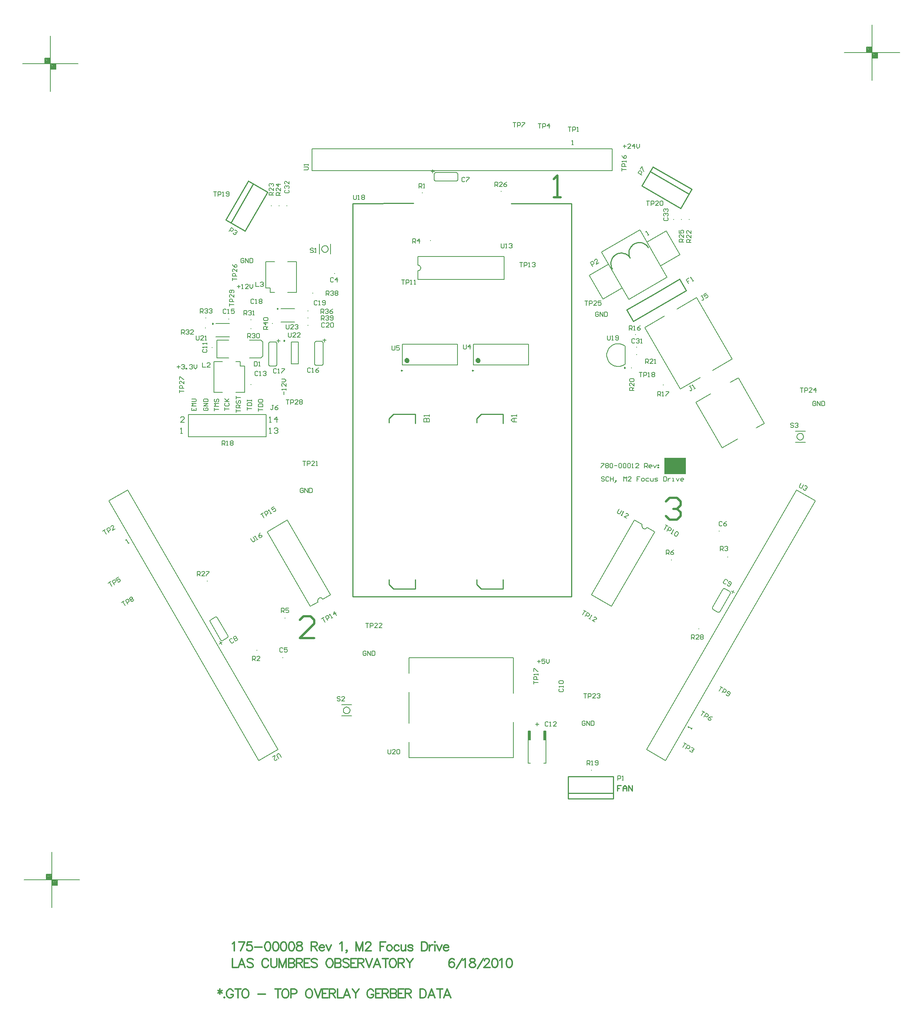
<source format=gto>
%FSLAX23Y23*%
%MOIN*%
G70*
G01*
G75*
G04 Layer_Color=65535*
%ADD10O,0.027X0.010*%
%ADD11R,0.065X0.094*%
%ADD12R,0.070X0.135*%
%ADD13O,0.098X0.028*%
%ADD14R,0.048X0.078*%
%ADD15R,0.087X0.059*%
%ADD16R,0.063X0.075*%
%ADD17R,0.050X0.050*%
%ADD18R,0.050X0.050*%
%ADD19R,0.025X0.100*%
%ADD20R,0.057X0.012*%
%ADD21R,0.025X0.185*%
%ADD22O,0.024X0.010*%
%ADD23R,0.094X0.130*%
%ADD24R,0.094X0.102*%
%ADD25R,0.200X0.150*%
%ADD26R,0.200X0.040*%
%ADD27R,0.059X0.051*%
%ADD28O,0.012X0.069*%
%ADD29R,0.078X0.048*%
G04:AMPARAMS|DCode=30|XSize=78mil|YSize=48mil|CornerRadius=0mil|HoleSize=0mil|Usage=FLASHONLY|Rotation=120.000|XOffset=0mil|YOffset=0mil|HoleType=Round|Shape=Rectangle|*
%AMROTATEDRECTD30*
4,1,4,0.040,-0.022,-0.001,-0.046,-0.040,0.022,0.001,0.046,0.040,-0.022,0.0*
%
%ADD30ROTATEDRECTD30*%

G04:AMPARAMS|DCode=31|XSize=78mil|YSize=48mil|CornerRadius=0mil|HoleSize=0mil|Usage=FLASHONLY|Rotation=240.000|XOffset=0mil|YOffset=0mil|HoleType=Round|Shape=Rectangle|*
%AMROTATEDRECTD31*
4,1,4,-0.001,0.046,0.040,0.022,0.001,-0.046,-0.040,-0.022,-0.001,0.046,0.0*
%
%ADD31ROTATEDRECTD31*%

%ADD32R,0.067X0.040*%
%ADD33R,0.040X0.067*%
%ADD34R,0.051X0.059*%
G04:AMPARAMS|DCode=35|XSize=135mil|YSize=70mil|CornerRadius=0mil|HoleSize=0mil|Usage=FLASHONLY|Rotation=30.000|XOffset=0mil|YOffset=0mil|HoleType=Round|Shape=Rectangle|*
%AMROTATEDRECTD35*
4,1,4,-0.041,-0.064,-0.076,-0.003,0.041,0.064,0.076,0.003,-0.041,-0.064,0.0*
%
%ADD35ROTATEDRECTD35*%

G04:AMPARAMS|DCode=36|XSize=135mil|YSize=70mil|CornerRadius=0mil|HoleSize=0mil|Usage=FLASHONLY|Rotation=150.000|XOffset=0mil|YOffset=0mil|HoleType=Round|Shape=Rectangle|*
%AMROTATEDRECTD36*
4,1,4,0.076,-0.003,0.041,-0.064,-0.076,0.003,-0.041,0.064,0.076,-0.003,0.0*
%
%ADD36ROTATEDRECTD36*%

%ADD37C,0.020*%
%ADD38C,0.030*%
%ADD39C,0.010*%
%ADD40C,0.005*%
%ADD41C,0.050*%
%ADD42C,0.005*%
%ADD43C,0.012*%
%ADD44C,0.008*%
%ADD45C,0.012*%
%ADD46C,0.012*%
%ADD47C,0.055*%
%ADD48P,0.078X4X165.0*%
%ADD49C,0.116*%
%ADD50C,0.085*%
%ADD51C,0.039*%
%ADD52C,0.200*%
%ADD53C,0.120*%
%ADD54P,0.085X4X105.0*%
%ADD55C,0.060*%
%ADD56P,0.085X4X345.0*%
%ADD57R,0.060X0.060*%
%ADD58P,0.084X4X195.0*%
%ADD59C,0.059*%
%ADD60C,0.031*%
%ADD61C,0.079*%
%ADD62P,0.084X4X255.0*%
%ADD63R,0.059X0.059*%
%ADD64C,0.175*%
%ADD65C,0.070*%
%ADD66R,0.070X0.070*%
%ADD67P,0.084X4X255.0*%
%ADD68C,0.059*%
%ADD69R,0.059X0.059*%
%ADD70P,0.084X4X375.0*%
%ADD71C,0.157*%
%ADD72P,0.084X4X285.0*%
%ADD73C,0.098*%
%ADD74O,0.079X0.039*%
%ADD75R,0.079X0.039*%
%ADD76R,0.059X0.059*%
%ADD77C,0.413*%
%ADD78C,0.531*%
%ADD79C,0.335*%
%ADD80C,0.236*%
%ADD81P,0.099X4X165.0*%
%ADD82P,0.099X4X285.0*%
%ADD83C,0.024*%
%ADD84C,0.026*%
%ADD85C,0.050*%
%ADD86C,0.040*%
%ADD87C,0.075*%
%ADD88C,0.168*%
%ADD89C,0.102*%
%ADD90C,0.080*%
%ADD91C,0.131*%
%ADD92C,0.110*%
G04:AMPARAMS|DCode=93|XSize=90mil|YSize=90mil|CornerRadius=0mil|HoleSize=0mil|Usage=FLASHONLY|Rotation=0.000|XOffset=0mil|YOffset=0mil|HoleType=Round|Shape=Relief|Width=10mil|Gap=10mil|Entries=4|*
%AMTHD93*
7,0,0,0.090,0.070,0.010,45*
%
%ADD93THD93*%
%ADD94C,0.075*%
%ADD95C,0.060*%
G04:AMPARAMS|DCode=96|XSize=107.244mil|YSize=107.244mil|CornerRadius=0mil|HoleSize=0mil|Usage=FLASHONLY|Rotation=0.000|XOffset=0mil|YOffset=0mil|HoleType=Round|Shape=Relief|Width=10mil|Gap=10mil|Entries=4|*
%AMTHD96*
7,0,0,0.107,0.087,0.010,45*
%
%ADD96THD96*%
%ADD97C,0.087*%
%ADD98C,0.163*%
%ADD99C,0.087*%
%ADD100C,0.075*%
%ADD101C,0.131*%
%ADD102C,0.076*%
%ADD103C,0.099*%
%ADD104C,0.070*%
G04:AMPARAMS|DCode=105|XSize=95.433mil|YSize=95.433mil|CornerRadius=0mil|HoleSize=0mil|Usage=FLASHONLY|Rotation=0.000|XOffset=0mil|YOffset=0mil|HoleType=Round|Shape=Relief|Width=10mil|Gap=10mil|Entries=4|*
%AMTHD105*
7,0,0,0.095,0.075,0.010,45*
%
%ADD105THD105*%
%ADD106C,0.257*%
%ADD107C,0.571*%
%ADD108C,0.375*%
%ADD109C,0.206*%
%ADD110C,0.053*%
G04:AMPARAMS|DCode=111|XSize=70mil|YSize=70mil|CornerRadius=0mil|HoleSize=0mil|Usage=FLASHONLY|Rotation=0.000|XOffset=0mil|YOffset=0mil|HoleType=Round|Shape=Relief|Width=10mil|Gap=10mil|Entries=4|*
%AMTHD111*
7,0,0,0.070,0.050,0.010,45*
%
%ADD111THD111*%
%ADD112C,0.065*%
G04:AMPARAMS|DCode=113|XSize=85mil|YSize=85mil|CornerRadius=0mil|HoleSize=0mil|Usage=FLASHONLY|Rotation=0.000|XOffset=0mil|YOffset=0mil|HoleType=Round|Shape=Relief|Width=10mil|Gap=10mil|Entries=4|*
%AMTHD113*
7,0,0,0.085,0.065,0.010,45*
%
%ADD113THD113*%
G04:AMPARAMS|DCode=114|XSize=95mil|YSize=95mil|CornerRadius=0mil|HoleSize=0mil|Usage=FLASHONLY|Rotation=0.000|XOffset=0mil|YOffset=0mil|HoleType=Round|Shape=Relief|Width=10mil|Gap=10mil|Entries=4|*
%AMTHD114*
7,0,0,0.095,0.075,0.010,45*
%
%ADD114THD114*%
G04:AMPARAMS|DCode=115|XSize=122mil|YSize=122mil|CornerRadius=0mil|HoleSize=0mil|Usage=FLASHONLY|Rotation=0.000|XOffset=0mil|YOffset=0mil|HoleType=Round|Shape=Relief|Width=10mil|Gap=10mil|Entries=4|*
%AMTHD115*
7,0,0,0.122,0.102,0.010,45*
%
%ADD115THD115*%
G04:AMPARAMS|DCode=116|XSize=79.685mil|YSize=79.685mil|CornerRadius=0mil|HoleSize=0mil|Usage=FLASHONLY|Rotation=0.000|XOffset=0mil|YOffset=0mil|HoleType=Round|Shape=Relief|Width=10mil|Gap=10mil|Entries=4|*
%AMTHD116*
7,0,0,0.080,0.060,0.010,45*
%
%ADD116THD116*%
G04:AMPARAMS|DCode=117|XSize=183mil|YSize=183mil|CornerRadius=0mil|HoleSize=0mil|Usage=FLASHONLY|Rotation=0.000|XOffset=0mil|YOffset=0mil|HoleType=Round|Shape=Relief|Width=10mil|Gap=10mil|Entries=4|*
%AMTHD117*
7,0,0,0.183,0.163,0.010,45*
%
%ADD117THD117*%
G04:AMPARAMS|DCode=118|XSize=107mil|YSize=107mil|CornerRadius=0mil|HoleSize=0mil|Usage=FLASHONLY|Rotation=0.000|XOffset=0mil|YOffset=0mil|HoleType=Round|Shape=Relief|Width=10mil|Gap=10mil|Entries=4|*
%AMTHD118*
7,0,0,0.107,0.087,0.010,45*
%
%ADD118THD118*%
G04:AMPARAMS|DCode=119|XSize=95.433mil|YSize=95.433mil|CornerRadius=0mil|HoleSize=0mil|Usage=FLASHONLY|Rotation=0.000|XOffset=0mil|YOffset=0mil|HoleType=Round|Shape=Relief|Width=10mil|Gap=10mil|Entries=4|*
%AMTHD119*
7,0,0,0.095,0.075,0.010,45*
%
%ADD119THD119*%
G04:AMPARAMS|DCode=120|XSize=150.551mil|YSize=150.551mil|CornerRadius=0mil|HoleSize=0mil|Usage=FLASHONLY|Rotation=0.000|XOffset=0mil|YOffset=0mil|HoleType=Round|Shape=Relief|Width=10mil|Gap=10mil|Entries=4|*
%AMTHD120*
7,0,0,0.151,0.131,0.010,45*
%
%ADD120THD120*%
G04:AMPARAMS|DCode=121|XSize=96.221mil|YSize=96.221mil|CornerRadius=0mil|HoleSize=0mil|Usage=FLASHONLY|Rotation=0.000|XOffset=0mil|YOffset=0mil|HoleType=Round|Shape=Relief|Width=10mil|Gap=10mil|Entries=4|*
%AMTHD121*
7,0,0,0.096,0.076,0.010,45*
%
%ADD121THD121*%
G04:AMPARAMS|DCode=122|XSize=119.055mil|YSize=119.055mil|CornerRadius=0mil|HoleSize=0mil|Usage=FLASHONLY|Rotation=0.000|XOffset=0mil|YOffset=0mil|HoleType=Round|Shape=Relief|Width=10mil|Gap=10mil|Entries=4|*
%AMTHD122*
7,0,0,0.119,0.099,0.010,45*
%
%ADD122THD122*%
G04:AMPARAMS|DCode=123|XSize=89.528mil|YSize=89.528mil|CornerRadius=0mil|HoleSize=0mil|Usage=FLASHONLY|Rotation=0.000|XOffset=0mil|YOffset=0mil|HoleType=Round|Shape=Relief|Width=10mil|Gap=10mil|Entries=4|*
%AMTHD123*
7,0,0,0.090,0.070,0.010,45*
%
%ADD123THD123*%
G04:AMPARAMS|DCode=124|XSize=72.992mil|YSize=72.992mil|CornerRadius=0mil|HoleSize=0mil|Usage=FLASHONLY|Rotation=0.000|XOffset=0mil|YOffset=0mil|HoleType=Round|Shape=Relief|Width=10mil|Gap=10mil|Entries=4|*
%AMTHD124*
7,0,0,0.073,0.053,0.010,45*
%
%ADD124THD124*%
G04:AMPARAMS|DCode=125|XSize=79mil|YSize=236mil|CornerRadius=0mil|HoleSize=0mil|Usage=FLASHONLY|Rotation=240.000|XOffset=0mil|YOffset=0mil|HoleType=Round|Shape=Rectangle|*
%AMROTATEDRECTD125*
4,1,4,-0.083,0.093,0.122,-0.025,0.083,-0.093,-0.122,0.025,-0.083,0.093,0.0*
%
%ADD125ROTATEDRECTD125*%

G04:AMPARAMS|DCode=126|XSize=79mil|YSize=236mil|CornerRadius=0mil|HoleSize=0mil|Usage=FLASHONLY|Rotation=120.000|XOffset=0mil|YOffset=0mil|HoleType=Round|Shape=Rectangle|*
%AMROTATEDRECTD126*
4,1,4,0.122,0.025,-0.083,-0.093,-0.122,-0.025,0.083,0.093,0.122,0.025,0.0*
%
%ADD126ROTATEDRECTD126*%

%ADD127R,0.236X0.079*%
%ADD128R,0.025X0.070*%
G04:AMPARAMS|DCode=129|XSize=28mil|YSize=98mil|CornerRadius=0mil|HoleSize=0mil|Usage=FLASHONLY|Rotation=210.000|XOffset=0mil|YOffset=0mil|HoleType=Round|Shape=Round|*
%AMOVALD129*
21,1,0.071,0.028,0.000,0.000,300.0*
1,1,0.028,-0.018,0.031*
1,1,0.028,0.018,-0.031*
%
%ADD129OVALD129*%

%ADD130P,0.071X4X345.0*%
G04:AMPARAMS|DCode=131|XSize=28mil|YSize=98mil|CornerRadius=0mil|HoleSize=0mil|Usage=FLASHONLY|Rotation=330.000|XOffset=0mil|YOffset=0mil|HoleType=Round|Shape=Round|*
%AMOVALD131*
21,1,0.071,0.028,0.000,0.000,60.0*
1,1,0.028,-0.018,-0.031*
1,1,0.028,0.018,0.031*
%
%ADD131OVALD131*%

%ADD132P,0.071X4X105.0*%
%ADD133C,0.075*%
%ADD134C,0.010*%
%ADD135C,0.010*%
%ADD136C,0.024*%
%ADD137C,0.007*%
%ADD138C,0.008*%
%ADD139C,0.006*%
%ADD140C,0.020*%
%ADD141R,0.195X0.150*%
%ADD142R,0.020X0.082*%
D39*
X17155Y14878D02*
X17149Y14887D01*
X17143Y14895D01*
X17136Y14902D01*
X17128Y14908D01*
X17119Y14913D01*
X17110Y14918D01*
X17100Y14921D01*
X17091Y14924D01*
X17080Y14925D01*
X17070Y14925D01*
X17060Y14924D01*
X17050Y14922D01*
X17041Y14919D01*
X17031Y14915D01*
X17022Y14910D01*
X17014Y14904D01*
X17007Y14897D01*
X17000Y14889D01*
X16994Y14881D01*
X16989Y14872D01*
X16985Y14863D01*
X16982Y14853D01*
X16981Y14843D01*
X16980Y14833D01*
X16980Y14823D01*
X16982Y14813D01*
X16984Y14803D01*
X16988Y14793D01*
X16992Y14784D01*
Y14784D02*
X16987Y14793D01*
X16980Y14801D01*
X16973Y14808D01*
X16965Y14814D01*
X16957Y14819D01*
X16947Y14824D01*
X16938Y14827D01*
X16928Y14830D01*
X16918Y14831D01*
X16908Y14831D01*
X16898Y14830D01*
X16888Y14828D01*
X16878Y14825D01*
X16869Y14821D01*
X16860Y14816D01*
X16852Y14810D01*
X16844Y14803D01*
X16837Y14795D01*
X16831Y14787D01*
X16827Y14778D01*
X16823Y14769D01*
X16820Y14759D01*
X16818Y14749D01*
X16817Y14739D01*
X16818Y14729D01*
X16819Y14719D01*
X16822Y14709D01*
X16825Y14699D01*
X16830Y14690D01*
X14495Y15277D02*
X15040Y15278D01*
X15922Y15277D02*
X16463Y15277D01*
X17171Y15564D02*
X17522Y15362D01*
X17447Y15232D02*
X17547Y15405D01*
X17096Y15434D02*
X17196Y15607D01*
X17096Y15434D02*
X17447Y15232D01*
X17196Y15607D02*
X17547Y15405D01*
X16961Y14319D02*
X17199Y14457D01*
X16961Y14319D02*
X17020Y14217D01*
X17497Y14492D01*
X17438Y14595D02*
X17497Y14492D01*
X17199Y14457D02*
X17438Y14595D01*
X13352Y15128D02*
X13555Y15478D01*
X13525Y15028D02*
X13728Y15378D01*
X13352Y15128D02*
X13525Y15028D01*
X13555Y15478D02*
X13728Y15378D01*
X13396Y15103D02*
X13598Y15453D01*
X16434Y9916D02*
X16839D01*
X16434Y10116D02*
X16839D01*
Y9916D02*
Y10116D01*
X16434Y9916D02*
Y10116D01*
Y9966D02*
X16839D01*
X16911Y10035D02*
X16878D01*
Y10010D01*
X16895D01*
X16878D01*
Y9985D01*
X16928D02*
Y10018D01*
X16945Y10035D01*
X16961Y10018D01*
Y9985D01*
Y10010D01*
X16928D01*
X16978Y9985D02*
Y10035D01*
X17011Y9985D01*
Y10035D01*
D43*
X13298Y8201D02*
Y8155D01*
X13279Y8189D02*
X13317Y8167D01*
Y8189D02*
X13279Y8167D01*
X13337Y8128D02*
X13333Y8125D01*
X13337Y8121D01*
X13341Y8125D01*
X13337Y8128D01*
X13416Y8182D02*
X13412Y8189D01*
X13404Y8197D01*
X13397Y8201D01*
X13381D01*
X13374Y8197D01*
X13366Y8189D01*
X13362Y8182D01*
X13358Y8170D01*
Y8151D01*
X13362Y8140D01*
X13366Y8132D01*
X13374Y8125D01*
X13381Y8121D01*
X13397D01*
X13404Y8125D01*
X13412Y8132D01*
X13416Y8140D01*
Y8151D01*
X13397D02*
X13416D01*
X13461Y8201D02*
Y8121D01*
X13434Y8201D02*
X13487D01*
X13520D02*
X13512Y8197D01*
X13504Y8189D01*
X13501Y8182D01*
X13497Y8170D01*
Y8151D01*
X13501Y8140D01*
X13504Y8132D01*
X13512Y8125D01*
X13520Y8121D01*
X13535D01*
X13542Y8125D01*
X13550Y8132D01*
X13554Y8140D01*
X13558Y8151D01*
Y8170D01*
X13554Y8182D01*
X13550Y8189D01*
X13542Y8197D01*
X13535Y8201D01*
X13520D01*
X13639Y8155D02*
X13708D01*
X13821Y8201D02*
Y8121D01*
X13794Y8201D02*
X13848D01*
X13880D02*
X13872Y8197D01*
X13865Y8189D01*
X13861Y8182D01*
X13857Y8170D01*
Y8151D01*
X13861Y8140D01*
X13865Y8132D01*
X13872Y8125D01*
X13880Y8121D01*
X13895D01*
X13903Y8125D01*
X13910Y8132D01*
X13914Y8140D01*
X13918Y8151D01*
Y8170D01*
X13914Y8182D01*
X13910Y8189D01*
X13903Y8197D01*
X13895Y8201D01*
X13880D01*
X13937Y8159D02*
X13971D01*
X13982Y8163D01*
X13986Y8167D01*
X13990Y8174D01*
Y8186D01*
X13986Y8193D01*
X13982Y8197D01*
X13971Y8201D01*
X13937D01*
Y8121D01*
X14094Y8201D02*
X14086Y8197D01*
X14078Y8189D01*
X14075Y8182D01*
X14071Y8170D01*
Y8151D01*
X14075Y8140D01*
X14078Y8132D01*
X14086Y8125D01*
X14094Y8121D01*
X14109D01*
X14116Y8125D01*
X14124Y8132D01*
X14128Y8140D01*
X14132Y8151D01*
Y8170D01*
X14128Y8182D01*
X14124Y8189D01*
X14116Y8197D01*
X14109Y8201D01*
X14094D01*
X14150D02*
X14181Y8121D01*
X14211Y8201D02*
X14181Y8121D01*
X14271Y8201D02*
X14222D01*
Y8121D01*
X14271D01*
X14222Y8163D02*
X14252D01*
X14284Y8201D02*
Y8121D01*
Y8201D02*
X14319D01*
X14330Y8197D01*
X14334Y8193D01*
X14338Y8186D01*
Y8178D01*
X14334Y8170D01*
X14330Y8167D01*
X14319Y8163D01*
X14284D01*
X14311D02*
X14338Y8121D01*
X14356Y8201D02*
Y8121D01*
X14401D01*
X14471D02*
X14441Y8201D01*
X14410Y8121D01*
X14421Y8147D02*
X14460D01*
X14490Y8201D02*
X14520Y8163D01*
Y8121D01*
X14551Y8201D02*
X14520Y8163D01*
X14681Y8182D02*
X14677Y8189D01*
X14669Y8197D01*
X14662Y8201D01*
X14647D01*
X14639Y8197D01*
X14631Y8189D01*
X14628Y8182D01*
X14624Y8170D01*
Y8151D01*
X14628Y8140D01*
X14631Y8132D01*
X14639Y8125D01*
X14647Y8121D01*
X14662D01*
X14669Y8125D01*
X14677Y8132D01*
X14681Y8140D01*
Y8151D01*
X14662D02*
X14681D01*
X14749Y8201D02*
X14699D01*
Y8121D01*
X14749D01*
X14699Y8163D02*
X14730D01*
X14762Y8201D02*
Y8121D01*
Y8201D02*
X14796D01*
X14808Y8197D01*
X14811Y8193D01*
X14815Y8186D01*
Y8178D01*
X14811Y8170D01*
X14808Y8167D01*
X14796Y8163D01*
X14762D01*
X14789D02*
X14815Y8121D01*
X14833Y8201D02*
Y8121D01*
Y8201D02*
X14867D01*
X14879Y8197D01*
X14883Y8193D01*
X14887Y8186D01*
Y8178D01*
X14883Y8170D01*
X14879Y8167D01*
X14867Y8163D01*
X14833D02*
X14867D01*
X14879Y8159D01*
X14883Y8155D01*
X14887Y8147D01*
Y8136D01*
X14883Y8128D01*
X14879Y8125D01*
X14867Y8121D01*
X14833D01*
X14954Y8201D02*
X14904D01*
Y8121D01*
X14954D01*
X14904Y8163D02*
X14935D01*
X14967Y8201D02*
Y8121D01*
Y8201D02*
X15002D01*
X15013Y8197D01*
X15017Y8193D01*
X15021Y8186D01*
Y8178D01*
X15017Y8170D01*
X15013Y8167D01*
X15002Y8163D01*
X14967D01*
X14994D02*
X15021Y8121D01*
X15101Y8201D02*
Y8121D01*
Y8201D02*
X15128D01*
X15139Y8197D01*
X15147Y8189D01*
X15151Y8182D01*
X15155Y8170D01*
Y8151D01*
X15151Y8140D01*
X15147Y8132D01*
X15139Y8125D01*
X15128Y8121D01*
X15101D01*
X15233D02*
X15203Y8201D01*
X15173Y8121D01*
X15184Y8147D02*
X15222D01*
X15279Y8201D02*
Y8121D01*
X15252Y8201D02*
X15305D01*
X15376Y8121D02*
X15345Y8201D01*
X15315Y8121D01*
X15326Y8147D02*
X15365D01*
D44*
X14227Y14020D02*
X14223Y14030D01*
X14213Y14034D01*
X14165D02*
X14155Y14030D01*
X14151Y14020D01*
Y13832D02*
X14155Y13822D01*
X14165Y13818D01*
X14213D02*
X14223Y13822D01*
X14227Y13832D01*
X13812Y14015D02*
X13808Y14025D01*
X13798Y14029D01*
X13750D02*
X13740Y14025D01*
X13736Y14015D01*
Y13827D02*
X13740Y13817D01*
X13750Y13813D01*
X13798D02*
X13808Y13817D01*
X13812Y13827D01*
X15442Y15540D02*
X15438Y15550D01*
X15428Y15554D01*
Y15478D02*
X15438Y15482D01*
X15442Y15492D01*
X15226D02*
X15230Y15482D01*
X15240Y15478D01*
Y15554D02*
X15230Y15550D01*
X15226Y15540D01*
X13214Y11527D02*
X13208Y11519D01*
X13209Y11508D01*
X13275Y11546D02*
X13266Y11553D01*
X13256Y11551D01*
X13364Y11364D02*
X13370Y11373D01*
X13369Y11383D01*
X13303Y11345D02*
X13311Y11339D01*
X13322Y11340D01*
X17781Y11595D02*
X17791Y11594D01*
X17800Y11600D01*
X17734Y11638D02*
X17733Y11628D01*
X17739Y11619D01*
X17847Y11806D02*
X17836Y11808D01*
X17828Y11801D01*
X17894Y11763D02*
X17895Y11774D01*
X17889Y11782D01*
X14165Y13818D02*
X14213D01*
X14165Y14034D02*
X14213D01*
X14227Y13832D02*
Y14020D01*
X14151Y13832D02*
Y14020D01*
X13750Y13813D02*
X13798D01*
X13750Y14029D02*
X13798D01*
X13812Y13827D02*
Y14015D01*
X13736Y13827D02*
Y14015D01*
X16214Y10444D02*
X16234D01*
X16074D02*
X16094D01*
X16214Y10236D02*
X16234D01*
X16214Y10526D02*
X16234D01*
X16074D02*
X16094D01*
X16074Y10236D02*
X16094D01*
X16214Y10444D02*
Y10526D01*
X16094Y10444D02*
Y10526D01*
X16234Y10236D02*
Y10526D01*
X16074Y10236D02*
Y10526D01*
X15240Y15478D02*
X15428D01*
X15240Y15554D02*
X15428D01*
X15226Y15492D02*
Y15540D01*
X15442Y15492D02*
Y15540D01*
X13275Y11546D02*
X13369Y11383D01*
X13209Y11508D02*
X13303Y11345D01*
X13322Y11340D02*
X13364Y11364D01*
X13214Y11527D02*
X13256Y11551D01*
X17734Y11638D02*
X17828Y11801D01*
X17800Y11600D02*
X17894Y11763D01*
X17847Y11806D02*
X17889Y11782D01*
X17739Y11619D02*
X17781Y11595D01*
X16761Y12809D02*
X16754Y12816D01*
X16741D01*
X16734Y12809D01*
Y12802D01*
X16741Y12796D01*
X16754D01*
X16761Y12789D01*
Y12782D01*
X16754Y12776D01*
X16741D01*
X16734Y12782D01*
X16801Y12809D02*
X16794Y12816D01*
X16781D01*
X16774Y12809D01*
Y12782D01*
X16781Y12776D01*
X16794D01*
X16801Y12782D01*
X16814Y12816D02*
Y12776D01*
Y12796D01*
X16840D01*
Y12816D01*
Y12776D01*
X16860Y12769D02*
X16867Y12776D01*
Y12782D01*
X16860D01*
Y12776D01*
X16867D01*
X16860Y12769D01*
X16854Y12762D01*
X16934Y12776D02*
Y12816D01*
X16947Y12802D01*
X16960Y12816D01*
Y12776D01*
X17000D02*
X16974D01*
X17000Y12802D01*
Y12809D01*
X16994Y12816D01*
X16980D01*
X16974Y12809D01*
X17080Y12816D02*
X17054D01*
Y12796D01*
X17067D01*
X17054D01*
Y12776D01*
X17100D02*
X17114D01*
X17120Y12782D01*
Y12796D01*
X17114Y12802D01*
X17100D01*
X17094Y12796D01*
Y12782D01*
X17100Y12776D01*
X17160Y12802D02*
X17140D01*
X17134Y12796D01*
Y12782D01*
X17140Y12776D01*
X17160D01*
X17174Y12802D02*
Y12782D01*
X17180Y12776D01*
X17200D01*
Y12802D01*
X17214Y12776D02*
X17234D01*
X17240Y12782D01*
X17234Y12789D01*
X17220D01*
X17214Y12796D01*
X17220Y12802D01*
X17240D01*
X17294Y12816D02*
Y12776D01*
X17314D01*
X17320Y12782D01*
Y12809D01*
X17314Y12816D01*
X17294D01*
X17334Y12802D02*
Y12776D01*
Y12789D01*
X17340Y12796D01*
X17347Y12802D01*
X17354D01*
X17374Y12776D02*
X17387D01*
X17380D01*
Y12802D01*
X17374D01*
X17407D02*
X17420Y12776D01*
X17434Y12802D01*
X17467Y12776D02*
X17454D01*
X17447Y12782D01*
Y12796D01*
X17454Y12802D01*
X17467D01*
X17474Y12796D01*
Y12789D01*
X17447D01*
X16729Y12936D02*
X16756D01*
Y12929D01*
X16729Y12902D01*
Y12896D01*
X16769Y12929D02*
X16776Y12936D01*
X16789D01*
X16796Y12929D01*
Y12922D01*
X16789Y12916D01*
X16796Y12909D01*
Y12902D01*
X16789Y12896D01*
X16776D01*
X16769Y12902D01*
Y12909D01*
X16776Y12916D01*
X16769Y12922D01*
Y12929D01*
X16776Y12916D02*
X16789D01*
X16809Y12929D02*
X16816Y12936D01*
X16829D01*
X16835Y12929D01*
Y12902D01*
X16829Y12896D01*
X16816D01*
X16809Y12902D01*
Y12929D01*
X16849Y12916D02*
X16875D01*
X16889Y12929D02*
X16895Y12936D01*
X16909D01*
X16915Y12929D01*
Y12902D01*
X16909Y12896D01*
X16895D01*
X16889Y12902D01*
Y12929D01*
X16929D02*
X16935Y12936D01*
X16949D01*
X16955Y12929D01*
Y12902D01*
X16949Y12896D01*
X16935D01*
X16929Y12902D01*
Y12929D01*
X16969D02*
X16975Y12936D01*
X16989D01*
X16995Y12929D01*
Y12902D01*
X16989Y12896D01*
X16975D01*
X16969Y12902D01*
Y12929D01*
X17009Y12896D02*
X17022D01*
X17015D01*
Y12936D01*
X17009Y12929D01*
X17069Y12896D02*
X17042D01*
X17069Y12922D01*
Y12929D01*
X17062Y12936D01*
X17049D01*
X17042Y12929D01*
X17122Y12896D02*
Y12936D01*
X17142D01*
X17149Y12929D01*
Y12916D01*
X17142Y12909D01*
X17122D01*
X17135D02*
X17149Y12896D01*
X17182D02*
X17169D01*
X17162Y12902D01*
Y12916D01*
X17169Y12922D01*
X17182D01*
X17189Y12916D01*
Y12909D01*
X17162D01*
X17202Y12922D02*
X17215Y12896D01*
X17229Y12922D01*
X17242D02*
X17249D01*
Y12916D01*
X17242D01*
Y12922D01*
Y12902D02*
X17249D01*
Y12896D01*
X17242D01*
Y12902D01*
X13893Y14186D02*
Y14152D01*
X13900Y14146D01*
X13913D01*
X13920Y14152D01*
Y14186D01*
X13960Y14146D02*
X13933D01*
X13960Y14172D01*
Y14179D01*
X13953Y14186D01*
X13940D01*
X13933Y14179D01*
X13973D02*
X13980Y14186D01*
X13993D01*
X14000Y14179D01*
Y14172D01*
X13993Y14166D01*
X13986D01*
X13993D01*
X14000Y14159D01*
Y14152D01*
X13993Y14146D01*
X13980D01*
X13973Y14152D01*
X16929Y15793D02*
X16956D01*
X16942Y15806D02*
Y15779D01*
X16996Y15773D02*
X16969D01*
X16996Y15799D01*
Y15806D01*
X16989Y15813D01*
X16976D01*
X16969Y15806D01*
X17029Y15773D02*
Y15813D01*
X17009Y15793D01*
X17036D01*
X17049Y15813D02*
Y15786D01*
X17062Y15773D01*
X17076Y15786D01*
Y15813D01*
X13454Y14530D02*
X13481D01*
X13467Y14543D02*
Y14516D01*
X13494Y14510D02*
X13507D01*
X13501D01*
Y14550D01*
X13494Y14543D01*
X13554Y14510D02*
X13527D01*
X13554Y14536D01*
Y14543D01*
X13547Y14550D01*
X13534D01*
X13527Y14543D01*
X13567Y14550D02*
Y14523D01*
X13581Y14510D01*
X13594Y14523D01*
Y14550D01*
X13875Y13556D02*
Y13582D01*
X13895Y13596D02*
Y13609D01*
Y13602D01*
X13855D01*
X13862Y13596D01*
X13895Y13656D02*
Y13629D01*
X13868Y13656D01*
X13862D01*
X13855Y13649D01*
Y13636D01*
X13862Y13629D01*
X13855Y13669D02*
X13882D01*
X13895Y13682D01*
X13882Y13696D01*
X13855D01*
X12912Y13805D02*
X12939D01*
X12925Y13818D02*
Y13791D01*
X12952Y13818D02*
X12959Y13825D01*
X12972D01*
X12979Y13818D01*
Y13811D01*
X12972Y13805D01*
X12965D01*
X12972D01*
X12979Y13798D01*
Y13791D01*
X12972Y13785D01*
X12959D01*
X12952Y13791D01*
X12992Y13785D02*
Y13791D01*
X12999D01*
Y13785D01*
X12992D01*
X13025Y13818D02*
X13032Y13825D01*
X13045D01*
X13052Y13818D01*
Y13811D01*
X13045Y13805D01*
X13039D01*
X13045D01*
X13052Y13798D01*
Y13791D01*
X13045Y13785D01*
X13032D01*
X13025Y13791D01*
X13065Y13825D02*
Y13798D01*
X13078Y13785D01*
X13092Y13798D01*
Y13825D01*
X16156Y11152D02*
X16183D01*
X16169Y11165D02*
Y11138D01*
X16223Y11172D02*
X16196D01*
Y11152D01*
X16209Y11158D01*
X16216D01*
X16223Y11152D01*
Y11138D01*
X16216Y11132D01*
X16203D01*
X16196Y11138D01*
X16236Y11172D02*
Y11145D01*
X16249Y11132D01*
X16263Y11145D01*
Y11172D01*
X13893Y13508D02*
X13920D01*
X13906D01*
Y13468D01*
X13933D02*
Y13508D01*
X13953D01*
X13960Y13501D01*
Y13488D01*
X13953Y13481D01*
X13933D01*
X14000Y13468D02*
X13973D01*
X14000Y13494D01*
Y13501D01*
X13993Y13508D01*
X13980D01*
X13973Y13501D01*
X14013D02*
X14020Y13508D01*
X14033D01*
X14040Y13501D01*
Y13494D01*
X14033Y13488D01*
X14040Y13481D01*
Y13474D01*
X14033Y13468D01*
X14020D01*
X14013Y13474D01*
Y13481D01*
X14020Y13488D01*
X14013Y13494D01*
Y13501D01*
X14020Y13488D02*
X14033D01*
X12933Y13571D02*
Y13597D01*
Y13584D01*
X12973D01*
Y13611D02*
X12933D01*
Y13631D01*
X12940Y13637D01*
X12953D01*
X12960Y13631D01*
Y13611D01*
X12973Y13677D02*
Y13651D01*
X12946Y13677D01*
X12940D01*
X12933Y13671D01*
Y13657D01*
X12940Y13651D01*
X12933Y13691D02*
Y13717D01*
X12940D01*
X12966Y13691D01*
X12973D01*
X13383Y14351D02*
Y14377D01*
Y14364D01*
X13423D01*
Y14391D02*
X13383D01*
Y14411D01*
X13390Y14417D01*
X13403D01*
X13410Y14411D01*
Y14391D01*
X13423Y14457D02*
Y14431D01*
X13396Y14457D01*
X13390D01*
X13383Y14451D01*
Y14437D01*
X13390Y14431D01*
X13416Y14471D02*
X13423Y14477D01*
Y14491D01*
X13416Y14497D01*
X13390D01*
X13383Y14491D01*
Y14477D01*
X13390Y14471D01*
X13396D01*
X13403Y14477D01*
Y14497D01*
X18664Y13487D02*
X18657Y13494D01*
X18644D01*
X18637Y13487D01*
Y13460D01*
X18644Y13454D01*
X18657D01*
X18664Y13460D01*
Y13474D01*
X18650D01*
X18677Y13454D02*
Y13494D01*
X18704Y13454D01*
Y13494D01*
X18717D02*
Y13454D01*
X18737D01*
X18744Y13460D01*
Y13487D01*
X18737Y13494D01*
X18717D01*
X16706Y14293D02*
X16699Y14300D01*
X16686D01*
X16679Y14293D01*
Y14266D01*
X16686Y14260D01*
X16699D01*
X16706Y14266D01*
Y14280D01*
X16692D01*
X16719Y14260D02*
Y14300D01*
X16746Y14260D01*
Y14300D01*
X16759D02*
Y14260D01*
X16779D01*
X16786Y14266D01*
Y14293D01*
X16779Y14300D01*
X16759D01*
X16587Y10610D02*
X16580Y10617D01*
X16567D01*
X16560Y10610D01*
Y10583D01*
X16567Y10577D01*
X16580D01*
X16587Y10583D01*
Y10597D01*
X16573D01*
X16600Y10577D02*
Y10617D01*
X16627Y10577D01*
Y10617D01*
X16640D02*
Y10577D01*
X16660D01*
X16667Y10583D01*
Y10610D01*
X16660Y10617D01*
X16640D01*
X14613Y11240D02*
X14606Y11247D01*
X14593D01*
X14586Y11240D01*
Y11213D01*
X14593Y11207D01*
X14606D01*
X14613Y11213D01*
Y11227D01*
X14599D01*
X14626Y11207D02*
Y11247D01*
X14653Y11207D01*
Y11247D01*
X14666D02*
Y11207D01*
X14686D01*
X14693Y11213D01*
Y11240D01*
X14686Y11247D01*
X14666D01*
X14049Y12706D02*
X14042Y12713D01*
X14029D01*
X14022Y12706D01*
Y12679D01*
X14029Y12673D01*
X14042D01*
X14049Y12679D01*
Y12693D01*
X14035D01*
X14062Y12673D02*
Y12713D01*
X14089Y12673D01*
Y12713D01*
X14102D02*
Y12673D01*
X14122D01*
X14129Y12679D01*
Y12706D01*
X14122Y12713D01*
X14102D01*
X13515Y14776D02*
X13508Y14783D01*
X13495D01*
X13488Y14776D01*
Y14749D01*
X13495Y14743D01*
X13508D01*
X13515Y14749D01*
Y14763D01*
X13501D01*
X13528Y14743D02*
Y14783D01*
X13555Y14743D01*
Y14783D01*
X13568D02*
Y14743D01*
X13588D01*
X13595Y14749D01*
Y14776D01*
X13588Y14783D01*
X13568D01*
X13915Y14112D02*
Y14078D01*
X13922Y14072D01*
X13935D01*
X13942Y14078D01*
Y14112D01*
X13982Y14072D02*
X13955D01*
X13982Y14098D01*
Y14105D01*
X13975Y14112D01*
X13962D01*
X13955Y14105D01*
X14022Y14072D02*
X13995D01*
X14022Y14098D01*
Y14105D01*
X14015Y14112D01*
X14002D01*
X13995Y14105D01*
X14115Y13790D02*
X14108Y13797D01*
X14095D01*
X14088Y13790D01*
Y13763D01*
X14095Y13757D01*
X14108D01*
X14115Y13763D01*
X14128Y13757D02*
X14141D01*
X14135D01*
Y13797D01*
X14128Y13790D01*
X14188Y13797D02*
X14175Y13790D01*
X14161Y13777D01*
Y13763D01*
X14168Y13757D01*
X14181D01*
X14188Y13763D01*
Y13770D01*
X14181Y13777D01*
X14161D01*
X13808Y13781D02*
X13801Y13788D01*
X13788D01*
X13781Y13781D01*
Y13754D01*
X13788Y13748D01*
X13801D01*
X13808Y13754D01*
X13821Y13748D02*
X13834D01*
X13828D01*
Y13788D01*
X13821Y13781D01*
X13854Y13788D02*
X13881D01*
Y13781D01*
X13854Y13754D01*
Y13748D01*
X13622Y14570D02*
Y14530D01*
X13649D01*
X13662Y14563D02*
X13669Y14570D01*
X13682D01*
X13689Y14563D01*
Y14556D01*
X13682Y14550D01*
X13675D01*
X13682D01*
X13689Y14543D01*
Y14536D01*
X13682Y14530D01*
X13669D01*
X13662Y14536D01*
X14174Y14395D02*
X14167Y14402D01*
X14154D01*
X14147Y14395D01*
Y14368D01*
X14154Y14362D01*
X14167D01*
X14174Y14368D01*
X14187Y14362D02*
X14200D01*
X14194D01*
Y14402D01*
X14187Y14395D01*
X14220Y14368D02*
X14227Y14362D01*
X14240D01*
X14247Y14368D01*
Y14395D01*
X14240Y14402D01*
X14227D01*
X14220Y14395D01*
Y14388D01*
X14227Y14382D01*
X14247D01*
X13605Y14409D02*
X13598Y14416D01*
X13585D01*
X13578Y14409D01*
Y14382D01*
X13585Y14376D01*
X13598D01*
X13605Y14382D01*
X13618Y14376D02*
X13631D01*
X13625D01*
Y14416D01*
X13618Y14409D01*
X13651D02*
X13658Y14416D01*
X13671D01*
X13678Y14409D01*
Y14402D01*
X13671Y14396D01*
X13678Y14389D01*
Y14382D01*
X13671Y14376D01*
X13658D01*
X13651Y14382D01*
Y14389D01*
X13658Y14396D01*
X13651Y14402D01*
Y14409D01*
X13658Y14396D02*
X13671D01*
X14206Y14286D02*
Y14326D01*
X14226D01*
X14233Y14319D01*
Y14306D01*
X14226Y14299D01*
X14206D01*
X14219D02*
X14233Y14286D01*
X14246Y14319D02*
X14253Y14326D01*
X14266D01*
X14273Y14319D01*
Y14312D01*
X14266Y14306D01*
X14259D01*
X14266D01*
X14273Y14299D01*
Y14292D01*
X14266Y14286D01*
X14253D01*
X14246Y14292D01*
X14313Y14326D02*
X14299Y14319D01*
X14286Y14306D01*
Y14292D01*
X14293Y14286D01*
X14306D01*
X14313Y14292D01*
Y14299D01*
X14306Y14306D01*
X14286D01*
X14240Y14194D02*
X14233Y14201D01*
X14220D01*
X14213Y14194D01*
Y14167D01*
X14220Y14161D01*
X14233D01*
X14240Y14167D01*
X14280Y14161D02*
X14253D01*
X14280Y14187D01*
Y14194D01*
X14273Y14201D01*
X14260D01*
X14253Y14194D01*
X14293D02*
X14300Y14201D01*
X14313D01*
X14320Y14194D01*
Y14167D01*
X14313Y14161D01*
X14300D01*
X14293Y14167D01*
Y14194D01*
X14253Y14449D02*
Y14489D01*
X14273D01*
X14280Y14482D01*
Y14469D01*
X14273Y14462D01*
X14253D01*
X14266D02*
X14280Y14449D01*
X14293Y14482D02*
X14300Y14489D01*
X14313D01*
X14320Y14482D01*
Y14475D01*
X14313Y14469D01*
X14306D01*
X14313D01*
X14320Y14462D01*
Y14455D01*
X14313Y14449D01*
X14300D01*
X14293Y14455D01*
X14333Y14482D02*
X14340Y14489D01*
X14353D01*
X14360Y14482D01*
Y14475D01*
X14353Y14469D01*
X14360Y14462D01*
Y14455D01*
X14353Y14449D01*
X14340D01*
X14333Y14455D01*
Y14462D01*
X14340Y14469D01*
X14333Y14475D01*
Y14482D01*
X14340Y14469D02*
X14353D01*
X14209Y14227D02*
Y14267D01*
X14229D01*
X14236Y14260D01*
Y14247D01*
X14229Y14240D01*
X14209D01*
X14222D02*
X14236Y14227D01*
X14249Y14260D02*
X14256Y14267D01*
X14269D01*
X14276Y14260D01*
Y14253D01*
X14269Y14247D01*
X14262D01*
X14269D01*
X14276Y14240D01*
Y14233D01*
X14269Y14227D01*
X14256D01*
X14249Y14233D01*
X14289D02*
X14296Y14227D01*
X14309D01*
X14316Y14233D01*
Y14260D01*
X14309Y14267D01*
X14296D01*
X14289Y14260D01*
Y14253D01*
X14296Y14247D01*
X14316D01*
X13731Y14143D02*
X13691D01*
Y14163D01*
X13698Y14169D01*
X13711D01*
X13718Y14163D01*
Y14143D01*
Y14156D02*
X13731Y14169D01*
Y14203D02*
X13691D01*
X13711Y14183D01*
Y14209D01*
X13698Y14223D02*
X13691Y14229D01*
Y14243D01*
X13698Y14249D01*
X13724D01*
X13731Y14243D01*
Y14229D01*
X13724Y14223D01*
X13698D01*
X12952Y14100D02*
Y14140D01*
X12972D01*
X12979Y14133D01*
Y14120D01*
X12972Y14113D01*
X12952D01*
X12965D02*
X12979Y14100D01*
X12992Y14133D02*
X12999Y14140D01*
X13012D01*
X13019Y14133D01*
Y14126D01*
X13012Y14120D01*
X13005D01*
X13012D01*
X13019Y14113D01*
Y14106D01*
X13012Y14100D01*
X12999D01*
X12992Y14106D01*
X13059Y14100D02*
X13032D01*
X13059Y14126D01*
Y14133D01*
X13052Y14140D01*
X13039D01*
X13032Y14133D01*
X13546Y14065D02*
Y14105D01*
X13566D01*
X13573Y14098D01*
Y14085D01*
X13566Y14078D01*
X13546D01*
X13559D02*
X13573Y14065D01*
X13586Y14098D02*
X13593Y14105D01*
X13606D01*
X13613Y14098D01*
Y14091D01*
X13606Y14085D01*
X13599D01*
X13606D01*
X13613Y14078D01*
Y14071D01*
X13606Y14065D01*
X13593D01*
X13586Y14071D01*
X13626Y14098D02*
X13633Y14105D01*
X13646D01*
X13653Y14098D01*
Y14071D01*
X13646Y14065D01*
X13633D01*
X13626Y14071D01*
Y14098D01*
X13513Y14271D02*
Y14311D01*
X13533D01*
X13540Y14304D01*
Y14291D01*
X13533Y14284D01*
X13513D01*
X13526D02*
X13540Y14271D01*
X13553Y14304D02*
X13560Y14311D01*
X13573D01*
X13580Y14304D01*
Y14297D01*
X13573Y14291D01*
X13566D01*
X13573D01*
X13580Y14284D01*
Y14277D01*
X13573Y14271D01*
X13560D01*
X13553Y14277D01*
X13593Y14271D02*
X13606D01*
X13600D01*
Y14311D01*
X13593Y14304D01*
X13353Y14319D02*
X13346Y14326D01*
X13333D01*
X13326Y14319D01*
Y14292D01*
X13333Y14286D01*
X13346D01*
X13353Y14292D01*
X13366Y14286D02*
X13379D01*
X13373D01*
Y14326D01*
X13366Y14319D01*
X13426Y14326D02*
X13399D01*
Y14306D01*
X13413Y14312D01*
X13419D01*
X13426Y14306D01*
Y14292D01*
X13419Y14286D01*
X13406D01*
X13399Y14292D01*
X13084Y14087D02*
Y14053D01*
X13091Y14047D01*
X13104D01*
X13111Y14053D01*
Y14087D01*
X13151Y14047D02*
X13124D01*
X13151Y14073D01*
Y14080D01*
X13144Y14087D01*
X13131D01*
X13124Y14080D01*
X13164Y14047D02*
X13177D01*
X13171D01*
Y14087D01*
X13164Y14080D01*
X13149Y13963D02*
X13142Y13957D01*
Y13943D01*
X13149Y13937D01*
X13175D01*
X13182Y13943D01*
Y13957D01*
X13175Y13963D01*
X13182Y13977D02*
Y13990D01*
Y13983D01*
X13142D01*
X13149Y13977D01*
X13182Y14010D02*
Y14023D01*
Y14017D01*
X13142D01*
X13149Y14010D01*
X13142Y13843D02*
Y13803D01*
X13169D01*
X13209D02*
X13182D01*
X13209Y13829D01*
Y13836D01*
X13202Y13843D01*
X13189D01*
X13182Y13836D01*
X13606Y13853D02*
Y13813D01*
X13626D01*
X13633Y13819D01*
Y13846D01*
X13626Y13853D01*
X13606D01*
X13646Y13813D02*
X13659D01*
X13653D01*
Y13853D01*
X13646Y13846D01*
X13642Y13758D02*
X13635Y13765D01*
X13622D01*
X13615Y13758D01*
Y13731D01*
X13622Y13725D01*
X13635D01*
X13642Y13731D01*
X13655Y13725D02*
X13668D01*
X13662D01*
Y13765D01*
X13655Y13758D01*
X13688D02*
X13695Y13765D01*
X13708D01*
X13715Y13758D01*
Y13751D01*
X13708Y13745D01*
X13702D01*
X13708D01*
X13715Y13738D01*
Y13731D01*
X13708Y13725D01*
X13695D01*
X13688Y13731D01*
X13119Y14289D02*
Y14329D01*
X13139D01*
X13146Y14322D01*
Y14309D01*
X13139Y14302D01*
X13119D01*
X13132D02*
X13146Y14289D01*
X13159Y14322D02*
X13166Y14329D01*
X13179D01*
X13186Y14322D01*
Y14315D01*
X13179Y14309D01*
X13172D01*
X13179D01*
X13186Y14302D01*
Y14295D01*
X13179Y14289D01*
X13166D01*
X13159Y14295D01*
X13199Y14322D02*
X13206Y14329D01*
X13219D01*
X13226Y14322D01*
Y14315D01*
X13219Y14309D01*
X13212D01*
X13219D01*
X13226Y14302D01*
Y14295D01*
X13219Y14289D01*
X13206D01*
X13199Y14295D01*
X13411Y14581D02*
Y14607D01*
Y14594D01*
X13451D01*
Y14621D02*
X13411D01*
Y14641D01*
X13418Y14647D01*
X13431D01*
X13438Y14641D01*
Y14621D01*
X13451Y14687D02*
Y14661D01*
X13424Y14687D01*
X13418D01*
X13411Y14681D01*
Y14667D01*
X13418Y14661D01*
X13411Y14727D02*
X13418Y14714D01*
X13431Y14701D01*
X13444D01*
X13451Y14707D01*
Y14721D01*
X13444Y14727D01*
X13438D01*
X13431Y14721D01*
Y14701D01*
X16583Y14400D02*
X16610D01*
X16597D01*
Y14360D01*
X16623D02*
Y14400D01*
X16643D01*
X16650Y14394D01*
Y14380D01*
X16643Y14374D01*
X16623D01*
X16690Y14360D02*
X16663D01*
X16690Y14387D01*
Y14394D01*
X16683Y14400D01*
X16670D01*
X16663Y14394D01*
X16730Y14400D02*
X16703D01*
Y14380D01*
X16717Y14387D01*
X16723D01*
X16730Y14380D01*
Y14367D01*
X16723Y14360D01*
X16710D01*
X16703Y14367D01*
X18524Y13617D02*
X18551D01*
X18538D01*
Y13577D01*
X18564D02*
Y13617D01*
X18584D01*
X18591Y13611D01*
Y13597D01*
X18584Y13591D01*
X18564D01*
X18631Y13577D02*
X18604D01*
X18631Y13604D01*
Y13611D01*
X18624Y13617D01*
X18611D01*
X18604Y13611D01*
X18664Y13577D02*
Y13617D01*
X18644Y13597D01*
X18671D01*
X16574Y10862D02*
X16601D01*
X16588D01*
Y10822D01*
X16614D02*
Y10862D01*
X16634D01*
X16641Y10856D01*
Y10842D01*
X16634Y10836D01*
X16614D01*
X16681Y10822D02*
X16654D01*
X16681Y10849D01*
Y10856D01*
X16674Y10862D01*
X16661D01*
X16654Y10856D01*
X16694D02*
X16701Y10862D01*
X16714D01*
X16721Y10856D01*
Y10849D01*
X16714Y10842D01*
X16708D01*
X16714D01*
X16721Y10836D01*
Y10829D01*
X16714Y10822D01*
X16701D01*
X16694Y10829D01*
X14609Y11497D02*
X14636D01*
X14623D01*
Y11457D01*
X14649D02*
Y11497D01*
X14669D01*
X14676Y11491D01*
Y11477D01*
X14669Y11471D01*
X14649D01*
X14716Y11457D02*
X14689D01*
X14716Y11484D01*
Y11491D01*
X14709Y11497D01*
X14696D01*
X14689Y11491D01*
X14756Y11457D02*
X14729D01*
X14756Y11484D01*
Y11491D01*
X14749Y11497D01*
X14736D01*
X14729Y11491D01*
X14044Y12957D02*
X14071D01*
X14058D01*
Y12917D01*
X14084D02*
Y12957D01*
X14104D01*
X14111Y12951D01*
Y12937D01*
X14104Y12931D01*
X14084D01*
X14151Y12917D02*
X14124D01*
X14151Y12944D01*
Y12951D01*
X14144Y12957D01*
X14131D01*
X14124Y12951D01*
X14164Y12917D02*
X14178D01*
X14171D01*
Y12957D01*
X14164Y12951D01*
X13156Y13437D02*
X13149Y13431D01*
Y13417D01*
X13156Y13411D01*
X13182D01*
X13189Y13417D01*
Y13431D01*
X13182Y13437D01*
X13169D01*
Y13424D01*
X13189Y13451D02*
X13149D01*
X13189Y13477D01*
X13149D01*
Y13491D02*
X13189D01*
Y13511D01*
X13182Y13517D01*
X13156D01*
X13149Y13511D01*
Y13491D01*
X13645Y13405D02*
Y13431D01*
Y13418D01*
X13685D01*
X13645Y13445D02*
X13685D01*
Y13465D01*
X13678Y13471D01*
X13652D01*
X13645Y13465D01*
Y13445D01*
Y13505D02*
Y13491D01*
X13652Y13485D01*
X13678D01*
X13685Y13491D01*
Y13505D01*
X13678Y13511D01*
X13652D01*
X13645Y13505D01*
X13544Y13415D02*
Y13441D01*
Y13428D01*
X13584D01*
X13544Y13455D02*
X13584D01*
Y13475D01*
X13577Y13481D01*
X13551D01*
X13544Y13475D01*
Y13455D01*
Y13495D02*
Y13508D01*
Y13501D01*
X13584D01*
Y13495D01*
Y13508D01*
X13444Y13396D02*
Y13422D01*
Y13409D01*
X13484D01*
Y13436D02*
X13444D01*
Y13456D01*
X13451Y13462D01*
X13464D01*
X13471Y13456D01*
Y13436D01*
Y13449D02*
X13484Y13462D01*
X13451Y13502D02*
X13444Y13496D01*
Y13482D01*
X13451Y13476D01*
X13457D01*
X13464Y13482D01*
Y13496D01*
X13471Y13502D01*
X13477D01*
X13484Y13496D01*
Y13482D01*
X13477Y13476D01*
X13444Y13516D02*
Y13542D01*
Y13529D01*
X13484D01*
X13341Y13412D02*
Y13438D01*
Y13425D01*
X13381D01*
X13348Y13478D02*
X13341Y13472D01*
Y13458D01*
X13348Y13452D01*
X13374D01*
X13381Y13458D01*
Y13472D01*
X13374Y13478D01*
X13341Y13492D02*
X13381D01*
X13368D01*
X13341Y13518D01*
X13361Y13498D01*
X13381Y13518D01*
X13246Y13408D02*
Y13434D01*
Y13421D01*
X13286D01*
Y13448D02*
X13246D01*
X13259Y13461D01*
X13246Y13474D01*
X13286D01*
X13253Y13514D02*
X13246Y13508D01*
Y13494D01*
X13253Y13488D01*
X13259D01*
X13266Y13494D01*
Y13508D01*
X13273Y13514D01*
X13279D01*
X13286Y13508D01*
Y13494D01*
X13279Y13488D01*
X13045Y13437D02*
Y13411D01*
X13085D01*
Y13437D01*
X13065Y13411D02*
Y13424D01*
X13085Y13451D02*
X13045D01*
X13058Y13464D01*
X13045Y13477D01*
X13085D01*
X13045Y13491D02*
X13078D01*
X13085Y13497D01*
Y13511D01*
X13078Y13517D01*
X13045D01*
X17098Y15531D02*
X17063Y15551D01*
X17073Y15568D01*
X17082Y15571D01*
X17094Y15564D01*
X17096Y15555D01*
X17086Y15537D01*
X17083Y15585D02*
X17097Y15609D01*
X17102Y15605D01*
X17112Y15569D01*
X17118Y15565D01*
X16253Y10602D02*
X16246Y10609D01*
X16233D01*
X16226Y10602D01*
Y10575D01*
X16233Y10569D01*
X16246D01*
X16253Y10575D01*
X16266Y10569D02*
X16279D01*
X16273D01*
Y10609D01*
X16266Y10602D01*
X16326Y10569D02*
X16299D01*
X16326Y10595D01*
Y10602D01*
X16319Y10609D01*
X16306D01*
X16299Y10602D01*
X14810Y10359D02*
Y10325D01*
X14817Y10319D01*
X14830D01*
X14837Y10325D01*
Y10359D01*
X14877Y10319D02*
X14850D01*
X14877Y10345D01*
Y10352D01*
X14870Y10359D01*
X14857D01*
X14850Y10352D01*
X14890D02*
X14897Y10359D01*
X14910D01*
X14917Y10352D01*
Y10325D01*
X14910Y10319D01*
X14897D01*
X14890Y10325D01*
Y10352D01*
X17521Y14604D02*
X17498Y14590D01*
X17508Y14573D01*
X17519Y14580D01*
X17508Y14573D01*
X17518Y14556D01*
X17553Y14576D02*
X17564Y14582D01*
X17558Y14579D01*
X17538Y14614D01*
X17536Y14605D01*
X16357Y10906D02*
X16350Y10900D01*
Y10886D01*
X16357Y10880D01*
X16383D01*
X16390Y10886D01*
Y10900D01*
X16383Y10906D01*
X16390Y10920D02*
Y10933D01*
Y10926D01*
X16350D01*
X16357Y10920D01*
Y10953D02*
X16350Y10960D01*
Y10973D01*
X16357Y10980D01*
X16383D01*
X16390Y10973D01*
Y10960D01*
X16383Y10953D01*
X16357D01*
X14320Y14603D02*
X14313Y14610D01*
X14300D01*
X14293Y14603D01*
Y14576D01*
X14300Y14570D01*
X14313D01*
X14320Y14576D01*
X14353Y14570D02*
Y14610D01*
X14333Y14590D01*
X14360D01*
X13864Y11270D02*
X13857Y11277D01*
X13844D01*
X13837Y11270D01*
Y11243D01*
X13844Y11237D01*
X13857D01*
X13864Y11243D01*
X13904Y11277D02*
X13877D01*
Y11257D01*
X13890Y11263D01*
X13897D01*
X13904Y11257D01*
Y11243D01*
X13897Y11237D01*
X13884D01*
X13877Y11243D01*
X17822Y12405D02*
X17815Y12412D01*
X17802D01*
X17795Y12405D01*
Y12378D01*
X17802Y12372D01*
X17815D01*
X17822Y12378D01*
X17862Y12412D02*
X17848Y12405D01*
X17835Y12392D01*
Y12378D01*
X17842Y12372D01*
X17855D01*
X17862Y12378D01*
Y12385D01*
X17855Y12392D01*
X17835D01*
X15505Y15506D02*
X15498Y15513D01*
X15485D01*
X15478Y15506D01*
Y15479D01*
X15485Y15473D01*
X15498D01*
X15505Y15479D01*
X15518Y15513D02*
X15545D01*
Y15506D01*
X15518Y15479D01*
Y15473D01*
X13408Y11356D02*
X13399Y11358D01*
X13388Y11352D01*
X13385Y11343D01*
X13399Y11320D01*
X13408Y11317D01*
X13419Y11324D01*
X13422Y11333D01*
X13420Y11363D02*
X13422Y11372D01*
X13434Y11378D01*
X13443Y11376D01*
X13446Y11370D01*
X13444Y11361D01*
X13453Y11359D01*
X13456Y11353D01*
X13454Y11344D01*
X13442Y11337D01*
X13433Y11340D01*
X13430Y11345D01*
X13432Y11354D01*
X13423Y11357D01*
X13420Y11363D01*
X13432Y11354D02*
X13444Y11361D01*
X17869Y11875D02*
X17866Y11884D01*
X17855Y11891D01*
X17846Y11889D01*
X17832Y11866D01*
X17835Y11856D01*
X17846Y11850D01*
X17855Y11852D01*
X17867Y11846D02*
X17869Y11836D01*
X17881Y11830D01*
X17890Y11832D01*
X17903Y11855D01*
X17901Y11864D01*
X17889Y11871D01*
X17880Y11869D01*
X17877Y11863D01*
X17879Y11854D01*
X17897Y11844D01*
X17033Y14051D02*
X17026Y14058D01*
X17013D01*
X17006Y14051D01*
Y14024D01*
X17013Y14018D01*
X17026D01*
X17033Y14024D01*
X17046Y14051D02*
X17053Y14058D01*
X17066D01*
X17073Y14051D01*
Y14044D01*
X17066Y14038D01*
X17059D01*
X17066D01*
X17073Y14031D01*
Y14024D01*
X17066Y14018D01*
X17053D01*
X17046Y14024D01*
X17086Y14018D02*
X17099D01*
X17093D01*
Y14058D01*
X17086Y14051D01*
X13887Y15397D02*
X13880Y15391D01*
Y15377D01*
X13887Y15371D01*
X13913D01*
X13920Y15377D01*
Y15391D01*
X13913Y15397D01*
X13887Y15411D02*
X13880Y15417D01*
Y15431D01*
X13887Y15437D01*
X13893D01*
X13900Y15431D01*
Y15424D01*
Y15431D01*
X13907Y15437D01*
X13913D01*
X13920Y15431D01*
Y15417D01*
X13913Y15411D01*
X13920Y15477D02*
Y15451D01*
X13893Y15477D01*
X13887D01*
X13880Y15471D01*
Y15457D01*
X13887Y15451D01*
X17302Y15148D02*
X17295Y15142D01*
Y15128D01*
X17302Y15122D01*
X17328D01*
X17335Y15128D01*
Y15142D01*
X17328Y15148D01*
X17302Y15162D02*
X17295Y15168D01*
Y15182D01*
X17302Y15188D01*
X17308D01*
X17315Y15182D01*
Y15175D01*
Y15182D01*
X17322Y15188D01*
X17328D01*
X17335Y15182D01*
Y15168D01*
X17328Y15162D01*
X17302Y15202D02*
X17295Y15208D01*
Y15222D01*
X17302Y15228D01*
X17308D01*
X17315Y15222D01*
Y15215D01*
Y15222D01*
X17322Y15228D01*
X17328D01*
X17335Y15222D01*
Y15208D01*
X17328Y15202D01*
X17536Y13634D02*
X17525Y13628D01*
X17530Y13631D01*
X17547Y13602D01*
X17545Y13593D01*
X17539Y13590D01*
X17530Y13592D01*
X17568Y13606D02*
X17579Y13613D01*
X17573Y13610D01*
X17554Y13644D01*
X17551Y13635D01*
X17643Y14449D02*
X17631Y14442D01*
X17637Y14445D01*
X17654Y14417D01*
X17651Y14407D01*
X17646Y14404D01*
X17637Y14407D01*
X17678Y14469D02*
X17655Y14455D01*
X17665Y14438D01*
X17673Y14451D01*
X17678Y14454D01*
X17688Y14451D01*
X17694Y14440D01*
X17692Y14431D01*
X17680Y14424D01*
X17671Y14427D01*
X13782Y13459D02*
X13768D01*
X13775D01*
Y13425D01*
X13768Y13419D01*
X13762D01*
X13755Y13425D01*
X13822Y13459D02*
X13808Y13452D01*
X13795Y13439D01*
Y13425D01*
X13802Y13419D01*
X13815D01*
X13822Y13425D01*
Y13432D01*
X13815Y13439D01*
X13795D01*
X16879Y10082D02*
Y10122D01*
X16899D01*
X16906Y10115D01*
Y10102D01*
X16899Y10095D01*
X16879D01*
X16919Y10082D02*
X16932D01*
X16926D01*
Y10122D01*
X16919Y10115D01*
X16653Y14710D02*
X16633Y14744D01*
X16650Y14754D01*
X16659Y14752D01*
X16666Y14740D01*
X16664Y14731D01*
X16646Y14721D01*
X16711Y14743D02*
X16688Y14730D01*
X16697Y14766D01*
X16694Y14772D01*
X16685Y14774D01*
X16673Y14768D01*
X16671Y14759D01*
X13379Y15026D02*
X13399Y15060D01*
X13416Y15050D01*
X13419Y15041D01*
X13412Y15030D01*
X13403Y15027D01*
X13386Y15037D01*
X13430Y15035D02*
X13439Y15037D01*
X13451Y15030D01*
X13453Y15021D01*
X13450Y15016D01*
X13441Y15013D01*
X13435Y15016D01*
X13441Y15013D01*
X13443Y15004D01*
X13440Y14998D01*
X13431Y14996D01*
X13419Y15002D01*
X13417Y15012D01*
X15089Y15415D02*
Y15455D01*
X15109D01*
X15116Y15448D01*
Y15435D01*
X15109Y15428D01*
X15089D01*
X15102D02*
X15116Y15415D01*
X15129D02*
X15142D01*
X15136D01*
Y15455D01*
X15129Y15448D01*
X13589Y11160D02*
Y11200D01*
X13609D01*
X13616Y11193D01*
Y11180D01*
X13609Y11173D01*
X13589D01*
X13602D02*
X13616Y11160D01*
X13656D02*
X13629D01*
X13656Y11186D01*
Y11193D01*
X13649Y11200D01*
X13636D01*
X13629Y11193D01*
X17805Y12149D02*
Y12189D01*
X17825D01*
X17832Y12183D01*
Y12169D01*
X17825Y12163D01*
X17805D01*
X17819D02*
X17832Y12149D01*
X17845Y12183D02*
X17852Y12189D01*
X17865D01*
X17872Y12183D01*
Y12176D01*
X17865Y12169D01*
X17859D01*
X17865D01*
X17872Y12163D01*
Y12156D01*
X17865Y12149D01*
X17852D01*
X17845Y12156D01*
X15035Y14919D02*
Y14959D01*
X15055D01*
X15062Y14952D01*
Y14939D01*
X15055Y14932D01*
X15035D01*
X15048D02*
X15062Y14919D01*
X15095D02*
Y14959D01*
X15075Y14939D01*
X15102D01*
X13850Y11591D02*
Y11631D01*
X13870D01*
X13877Y11624D01*
Y11611D01*
X13870Y11604D01*
X13850D01*
X13863D02*
X13877Y11591D01*
X13917Y11631D02*
X13890D01*
Y11611D01*
X13903Y11617D01*
X13910D01*
X13917Y11611D01*
Y11597D01*
X13910Y11591D01*
X13897D01*
X13890Y11597D01*
X17318Y12114D02*
Y12154D01*
X17338D01*
X17345Y12147D01*
Y12134D01*
X17338Y12127D01*
X17318D01*
X17331D02*
X17345Y12114D01*
X17385Y12154D02*
X17371Y12147D01*
X17358Y12134D01*
Y12120D01*
X17365Y12114D01*
X17378D01*
X17385Y12120D01*
Y12127D01*
X17378Y12134D01*
X17358D01*
X16984Y14136D02*
Y14176D01*
X17004D01*
X17011Y14169D01*
Y14156D01*
X17004Y14149D01*
X16984D01*
X16997D02*
X17011Y14136D01*
X17024D02*
X17037D01*
X17031D01*
Y14176D01*
X17024Y14169D01*
X17084Y14176D02*
X17071Y14169D01*
X17057Y14156D01*
Y14142D01*
X17064Y14136D01*
X17077D01*
X17084Y14142D01*
Y14149D01*
X17077Y14156D01*
X17057D01*
X17241Y13543D02*
Y13583D01*
X17261D01*
X17268Y13576D01*
Y13563D01*
X17261Y13556D01*
X17241D01*
X17254D02*
X17268Y13543D01*
X17281D02*
X17294D01*
X17288D01*
Y13583D01*
X17281Y13576D01*
X17314Y13583D02*
X17341D01*
Y13576D01*
X17314Y13549D01*
Y13543D01*
X13317Y13099D02*
Y13139D01*
X13337D01*
X13344Y13132D01*
Y13119D01*
X13337Y13112D01*
X13317D01*
X13330D02*
X13344Y13099D01*
X13357D02*
X13370D01*
X13364D01*
Y13139D01*
X13357Y13132D01*
X13390D02*
X13397Y13139D01*
X13410D01*
X13417Y13132D01*
Y13125D01*
X13410Y13119D01*
X13417Y13112D01*
Y13105D01*
X13410Y13099D01*
X13397D01*
X13390Y13105D01*
Y13112D01*
X13397Y13119D01*
X13390Y13125D01*
Y13132D01*
X13397Y13119D02*
X13410D01*
X16605Y10218D02*
Y10258D01*
X16625D01*
X16632Y10251D01*
Y10238D01*
X16625Y10231D01*
X16605D01*
X16618D02*
X16632Y10218D01*
X16645D02*
X16658D01*
X16652D01*
Y10258D01*
X16645Y10251D01*
X16678Y10224D02*
X16685Y10218D01*
X16698D01*
X16705Y10224D01*
Y10251D01*
X16698Y10258D01*
X16685D01*
X16678Y10251D01*
Y10244D01*
X16685Y10238D01*
X16705D01*
X17027Y13593D02*
X16987D01*
Y13613D01*
X16994Y13619D01*
X17007D01*
X17014Y13613D01*
Y13593D01*
Y13606D02*
X17027Y13619D01*
Y13659D02*
Y13633D01*
X17000Y13659D01*
X16994D01*
X16987Y13653D01*
Y13639D01*
X16994Y13633D01*
Y13673D02*
X16987Y13679D01*
Y13693D01*
X16994Y13699D01*
X17020D01*
X17027Y13693D01*
Y13679D01*
X17020Y13673D01*
X16994D01*
X17131Y13835D02*
Y13875D01*
X17151D01*
X17158Y13868D01*
Y13855D01*
X17151Y13848D01*
X17131D01*
X17144D02*
X17158Y13835D01*
X17198D02*
X17171D01*
X17198Y13861D01*
Y13868D01*
X17191Y13875D01*
X17178D01*
X17171Y13868D01*
X17211Y13835D02*
X17224D01*
X17218D01*
Y13875D01*
X17211Y13868D01*
X17540Y14925D02*
X17500D01*
Y14945D01*
X17507Y14951D01*
X17520D01*
X17527Y14945D01*
Y14925D01*
Y14938D02*
X17540Y14951D01*
Y14991D02*
Y14965D01*
X17513Y14991D01*
X17507D01*
X17500Y14985D01*
Y14971D01*
X17507Y14965D01*
X17540Y15031D02*
Y15005D01*
X17513Y15031D01*
X17507D01*
X17500Y15025D01*
Y15011D01*
X17507Y15005D01*
X13780Y15351D02*
X13740D01*
Y15371D01*
X13747Y15377D01*
X13760D01*
X13767Y15371D01*
Y15351D01*
Y15364D02*
X13780Y15377D01*
Y15417D02*
Y15391D01*
X13753Y15417D01*
X13747D01*
X13740Y15411D01*
Y15397D01*
X13747Y15391D01*
Y15431D02*
X13740Y15437D01*
Y15451D01*
X13747Y15457D01*
X13753D01*
X13760Y15451D01*
Y15444D01*
Y15451D01*
X13767Y15457D01*
X13773D01*
X13780Y15451D01*
Y15437D01*
X13773Y15431D01*
X13845Y15349D02*
X13805D01*
Y15369D01*
X13812Y15375D01*
X13825D01*
X13832Y15369D01*
Y15349D01*
Y15362D02*
X13845Y15375D01*
Y15415D02*
Y15389D01*
X13818Y15415D01*
X13812D01*
X13805Y15409D01*
Y15395D01*
X13812Y15389D01*
X13845Y15449D02*
X13805D01*
X13825Y15429D01*
Y15455D01*
X17473Y14929D02*
X17433D01*
Y14949D01*
X17440Y14955D01*
X17453D01*
X17460Y14949D01*
Y14929D01*
Y14942D02*
X17473Y14955D01*
Y14995D02*
Y14969D01*
X17446Y14995D01*
X17440D01*
X17433Y14989D01*
Y14975D01*
X17440Y14969D01*
X17433Y15035D02*
Y15009D01*
X17453D01*
X17446Y15022D01*
Y15029D01*
X17453Y15035D01*
X17466D01*
X17473Y15029D01*
Y15015D01*
X17466Y15009D01*
X14139Y14867D02*
X14132Y14874D01*
X14119D01*
X14112Y14867D01*
Y14860D01*
X14119Y14854D01*
X14132D01*
X14139Y14847D01*
Y14840D01*
X14132Y14834D01*
X14119D01*
X14112Y14840D01*
X14152Y14834D02*
X14165D01*
X14159D01*
Y14874D01*
X14152Y14867D01*
X14380Y10828D02*
X14373Y10834D01*
X14360D01*
X14353Y10828D01*
Y10821D01*
X14360Y10814D01*
X14373D01*
X14380Y10808D01*
Y10801D01*
X14373Y10794D01*
X14360D01*
X14353Y10801D01*
X14420Y10794D02*
X14393D01*
X14420Y10821D01*
Y10828D01*
X14413Y10834D01*
X14400D01*
X14393Y10828D01*
X18465Y13293D02*
X18458Y13299D01*
X18445D01*
X18438Y13293D01*
Y13286D01*
X18445Y13279D01*
X18458D01*
X18465Y13273D01*
Y13266D01*
X18458Y13259D01*
X18445D01*
X18438Y13266D01*
X18478Y13293D02*
X18485Y13299D01*
X18498D01*
X18505Y13293D01*
Y13286D01*
X18498Y13279D01*
X18492D01*
X18498D01*
X18505Y13273D01*
Y13266D01*
X18498Y13259D01*
X18485D01*
X18478Y13266D01*
X14054Y15579D02*
X14088D01*
X14094Y15586D01*
Y15599D01*
X14088Y15606D01*
X14054D01*
X14094Y15619D02*
Y15633D01*
Y15626D01*
X14054D01*
X14061Y15619D01*
X13850Y10290D02*
X13833Y10319D01*
X13824Y10322D01*
X13813Y10315D01*
X13810Y10306D01*
X13827Y10277D01*
X13772Y10292D02*
X13795Y10305D01*
X13786Y10269D01*
X13789Y10263D01*
X13798Y10260D01*
X13810Y10267D01*
X13812Y10276D01*
X18532Y12758D02*
X18516Y12729D01*
X18518Y12720D01*
X18530Y12713D01*
X18539Y12716D01*
X18555Y12744D01*
X18564Y12732D02*
X18573Y12734D01*
X18584Y12728D01*
X18587Y12719D01*
X18583Y12713D01*
X18574Y12710D01*
X18569Y12714D01*
X18574Y12710D01*
X18577Y12701D01*
X18573Y12696D01*
X18564Y12693D01*
X18553Y12700D01*
X18550Y12709D01*
X15490Y14004D02*
Y13970D01*
X15497Y13964D01*
X15510D01*
X15517Y13970D01*
Y14004D01*
X15550Y13964D02*
Y14004D01*
X15530Y13984D01*
X15557D01*
X14848Y13994D02*
Y13960D01*
X14855Y13954D01*
X14868D01*
X14875Y13960D01*
Y13994D01*
X14915D02*
X14888D01*
Y13974D01*
X14901Y13980D01*
X14908D01*
X14915Y13974D01*
Y13960D01*
X14908Y13954D01*
X14895D01*
X14888Y13960D01*
X16894Y12525D02*
X16877Y12497D01*
X16880Y12487D01*
X16891Y12481D01*
X16900Y12483D01*
X16917Y12512D01*
X16909Y12471D02*
X16920Y12464D01*
X16914Y12467D01*
X16934Y12502D01*
X16925Y12500D01*
X16960Y12441D02*
X16937Y12454D01*
X16974Y12464D01*
X16977Y12470D01*
X16975Y12479D01*
X16963Y12485D01*
X16954Y12483D01*
X15829Y14917D02*
Y14883D01*
X15836Y14877D01*
X15849D01*
X15856Y14883D01*
Y14917D01*
X15869Y14877D02*
X15882D01*
X15876D01*
Y14917D01*
X15869Y14910D01*
X15902D02*
X15909Y14917D01*
X15922D01*
X15929Y14910D01*
Y14903D01*
X15922Y14897D01*
X15916D01*
X15922D01*
X15929Y14890D01*
Y14883D01*
X15922Y14877D01*
X15909D01*
X15902Y14883D01*
X13573Y12259D02*
X13590Y12231D01*
X13599Y12228D01*
X13610Y12235D01*
X13613Y12244D01*
X13596Y12273D01*
X13628Y12245D02*
X13639Y12251D01*
X13633Y12248D01*
X13613Y12283D01*
X13611Y12274D01*
X13659Y12309D02*
X13651Y12297D01*
X13646Y12279D01*
X13653Y12267D01*
X13662Y12265D01*
X13674Y12271D01*
X13676Y12281D01*
X13673Y12286D01*
X13664Y12289D01*
X13646Y12279D01*
X14500Y15353D02*
Y15319D01*
X14507Y15313D01*
X14520D01*
X14526Y15319D01*
Y15353D01*
X14540Y15313D02*
X14553D01*
X14546D01*
Y15353D01*
X14540Y15346D01*
X14573D02*
X14580Y15353D01*
X14593D01*
X14600Y15346D01*
Y15339D01*
X14593Y15333D01*
X14600Y15326D01*
Y15319D01*
X14593Y15313D01*
X14580D01*
X14573Y15319D01*
Y15326D01*
X14580Y15333D01*
X14573Y15339D01*
Y15346D01*
X14580Y15333D02*
X14593D01*
X16787Y14087D02*
Y14054D01*
X16794Y14047D01*
X16807D01*
X16814Y14054D01*
Y14087D01*
X16827Y14047D02*
X16841D01*
X16834D01*
Y14087D01*
X16827Y14081D01*
X16861Y14054D02*
X16867Y14047D01*
X16881D01*
X16887Y14054D01*
Y14081D01*
X16881Y14087D01*
X16867D01*
X16861Y14081D01*
Y14074D01*
X16867Y14067D01*
X16887D01*
X15773Y15430D02*
Y15470D01*
X15793D01*
X15800Y15463D01*
Y15450D01*
X15793Y15443D01*
X15773D01*
X15786D02*
X15800Y15430D01*
X15840D02*
X15813D01*
X15840Y15456D01*
Y15463D01*
X15833Y15470D01*
X15820D01*
X15813Y15463D01*
X15880Y15470D02*
X15866Y15463D01*
X15853Y15450D01*
Y15436D01*
X15860Y15430D01*
X15873D01*
X15880Y15436D01*
Y15443D01*
X15873Y15450D01*
X15853D01*
X13095Y11923D02*
Y11963D01*
X13115D01*
X13122Y11956D01*
Y11943D01*
X13115Y11936D01*
X13095D01*
X13108D02*
X13122Y11923D01*
X13162D02*
X13135D01*
X13162Y11949D01*
Y11956D01*
X13155Y11963D01*
X13142D01*
X13135Y11956D01*
X13175Y11963D02*
X13202D01*
Y11956D01*
X13175Y11929D01*
Y11923D01*
X17545Y11351D02*
Y11391D01*
X17565D01*
X17572Y11384D01*
Y11371D01*
X17565Y11364D01*
X17545D01*
X17558D02*
X17572Y11351D01*
X17612D02*
X17585D01*
X17612Y11377D01*
Y11384D01*
X17605Y11391D01*
X17592D01*
X17585Y11384D01*
X17625D02*
X17632Y11391D01*
X17645D01*
X17652Y11384D01*
Y11377D01*
X17645Y11371D01*
X17652Y11364D01*
Y11357D01*
X17645Y11351D01*
X17632D01*
X17625Y11357D01*
Y11364D01*
X17632Y11371D01*
X17625Y11377D01*
Y11384D01*
X17632Y11371D02*
X17645D01*
X16435Y15967D02*
X16462D01*
X16448D01*
Y15927D01*
X16475D02*
Y15967D01*
X16495D01*
X16502Y15960D01*
Y15947D01*
X16495Y15940D01*
X16475D01*
X16515Y15927D02*
X16528D01*
X16522D01*
Y15967D01*
X16515Y15960D01*
X12242Y12326D02*
X12265Y12340D01*
X12253Y12333D01*
X12273Y12298D01*
X12297Y12312D02*
X12277Y12346D01*
X12294Y12356D01*
X12303Y12354D01*
X12310Y12342D01*
X12307Y12333D01*
X12290Y12323D01*
X12354Y12345D02*
X12331Y12332D01*
X12341Y12368D01*
X12338Y12374D01*
X12328Y12376D01*
X12317Y12370D01*
X12314Y12361D01*
X17477Y10419D02*
X17500Y10406D01*
X17488Y10413D01*
X17468Y10378D01*
X17492Y10365D02*
X17512Y10399D01*
X17529Y10389D01*
X17531Y10380D01*
X17525Y10369D01*
X17515Y10366D01*
X17498Y10376D01*
X17543Y10374D02*
X17552Y10376D01*
X17563Y10369D01*
X17566Y10360D01*
X17563Y10355D01*
X17553Y10352D01*
X17548Y10355D01*
X17553Y10352D01*
X17556Y10343D01*
X17553Y10337D01*
X17543Y10335D01*
X17532Y10341D01*
X17529Y10351D01*
X16164Y15996D02*
X16191D01*
X16177D01*
Y15956D01*
X16204D02*
Y15996D01*
X16224D01*
X16231Y15989D01*
Y15976D01*
X16224Y15969D01*
X16204D01*
X16264Y15956D02*
Y15996D01*
X16244Y15976D01*
X16271D01*
X12292Y11857D02*
X12315Y11871D01*
X12303Y11864D01*
X12323Y11829D01*
X12347Y11843D02*
X12327Y11877D01*
X12344Y11887D01*
X12353Y11885D01*
X12360Y11873D01*
X12357Y11864D01*
X12340Y11854D01*
X12384Y11911D02*
X12361Y11897D01*
X12371Y11880D01*
X12379Y11893D01*
X12385Y11896D01*
X12394Y11893D01*
X12401Y11882D01*
X12398Y11873D01*
X12387Y11866D01*
X12378Y11869D01*
X17642Y10705D02*
X17665Y10692D01*
X17653Y10699D01*
X17633Y10664D01*
X17657Y10651D02*
X17677Y10685D01*
X17694Y10675D01*
X17696Y10666D01*
X17690Y10655D01*
X17680Y10652D01*
X17663Y10662D01*
X17734Y10652D02*
X17719Y10653D01*
X17701Y10648D01*
X17694Y10637D01*
X17697Y10627D01*
X17708Y10621D01*
X17718Y10623D01*
X17721Y10629D01*
X17718Y10638D01*
X17701Y10648D01*
X15937Y16007D02*
X15964D01*
X15950D01*
Y15967D01*
X15977D02*
Y16007D01*
X15997D01*
X16004Y16000D01*
Y15987D01*
X15997Y15980D01*
X15977D01*
X16017Y16007D02*
X16044D01*
Y16000D01*
X16017Y15973D01*
Y15967D01*
X12412Y11682D02*
X12435Y11696D01*
X12423Y11689D01*
X12443Y11654D01*
X12467Y11668D02*
X12447Y11702D01*
X12464Y11712D01*
X12473Y11710D01*
X12480Y11698D01*
X12477Y11689D01*
X12460Y11679D01*
X12484Y11717D02*
X12487Y11726D01*
X12498Y11732D01*
X12508Y11730D01*
X12511Y11724D01*
X12508Y11715D01*
X12518Y11713D01*
X12521Y11707D01*
X12518Y11698D01*
X12507Y11691D01*
X12498Y11694D01*
X12494Y11699D01*
X12497Y11708D01*
X12488Y11711D01*
X12484Y11717D01*
X12497Y11708D02*
X12508Y11715D01*
X17804Y10925D02*
X17827Y10912D01*
X17815Y10919D01*
X17795Y10884D01*
X17819Y10871D02*
X17839Y10905D01*
X17856Y10895D01*
X17858Y10886D01*
X17852Y10875D01*
X17842Y10872D01*
X17825Y10882D01*
X17856Y10857D02*
X17859Y10847D01*
X17870Y10841D01*
X17880Y10843D01*
X17893Y10866D01*
X17890Y10875D01*
X17879Y10882D01*
X17870Y10880D01*
X17866Y10874D01*
X17869Y10865D01*
X17886Y10855D01*
X17310Y12381D02*
X17333Y12368D01*
X17321Y12375D01*
X17301Y12340D01*
X17325Y12327D02*
X17345Y12361D01*
X17362Y12351D01*
X17364Y12342D01*
X17358Y12331D01*
X17348Y12328D01*
X17331Y12338D01*
X17359Y12307D02*
X17371Y12300D01*
X17365Y12303D01*
X17385Y12338D01*
X17376Y12336D01*
X17405Y12319D02*
X17414Y12321D01*
X17425Y12315D01*
X17428Y12306D01*
X17414Y12283D01*
X17405Y12280D01*
X17394Y12287D01*
X17391Y12296D01*
X17405Y12319D01*
X14934Y14588D02*
X14961D01*
X14947D01*
Y14548D01*
X14974D02*
Y14588D01*
X14994D01*
X15001Y14581D01*
Y14568D01*
X14994Y14561D01*
X14974D01*
X15014Y14548D02*
X15027D01*
X15021D01*
Y14588D01*
X15014Y14581D01*
X15047Y14548D02*
X15061D01*
X15054D01*
Y14588D01*
X15047Y14581D01*
X16573Y11612D02*
X16596Y11599D01*
X16584Y11606D01*
X16564Y11571D01*
X16588Y11558D02*
X16608Y11592D01*
X16625Y11582D01*
X16627Y11573D01*
X16621Y11562D01*
X16611Y11559D01*
X16594Y11569D01*
X16622Y11538D02*
X16634Y11531D01*
X16628Y11534D01*
X16648Y11569D01*
X16639Y11567D01*
X16674Y11508D02*
X16651Y11521D01*
X16687Y11531D01*
X16691Y11537D01*
X16688Y11546D01*
X16677Y11552D01*
X16668Y11550D01*
X15997Y14745D02*
X16024D01*
X16010D01*
Y14705D01*
X16037D02*
Y14745D01*
X16057D01*
X16064Y14738D01*
Y14725D01*
X16057Y14718D01*
X16037D01*
X16077Y14705D02*
X16090D01*
X16084D01*
Y14745D01*
X16077Y14738D01*
X16110D02*
X16117Y14745D01*
X16130D01*
X16137Y14738D01*
Y14731D01*
X16130Y14725D01*
X16124D01*
X16130D01*
X16137Y14718D01*
Y14711D01*
X16130Y14705D01*
X16117D01*
X16110Y14711D01*
X14212Y11535D02*
X14235Y11549D01*
X14223Y11542D01*
X14243Y11507D01*
X14267Y11521D02*
X14247Y11555D01*
X14264Y11565D01*
X14273Y11563D01*
X14280Y11551D01*
X14277Y11542D01*
X14260Y11532D01*
X14301Y11541D02*
X14313Y11547D01*
X14307Y11544D01*
X14287Y11579D01*
X14284Y11570D01*
X14347Y11567D02*
X14327Y11602D01*
X14320Y11575D01*
X14343Y11588D01*
X13663Y12475D02*
X13686Y12489D01*
X13674Y12482D01*
X13694Y12447D01*
X13718Y12461D02*
X13698Y12495D01*
X13715Y12505D01*
X13724Y12503D01*
X13731Y12491D01*
X13728Y12482D01*
X13711Y12472D01*
X13752Y12481D02*
X13764Y12487D01*
X13758Y12484D01*
X13738Y12519D01*
X13735Y12510D01*
X13784Y12545D02*
X13761Y12532D01*
X13771Y12515D01*
X13779Y12527D01*
X13785Y12531D01*
X13794Y12528D01*
X13801Y12517D01*
X13798Y12507D01*
X13787Y12501D01*
X13778Y12503D01*
X16916Y15568D02*
Y15594D01*
Y15581D01*
X16956D01*
Y15608D02*
X16916D01*
Y15628D01*
X16923Y15634D01*
X16936D01*
X16943Y15628D01*
Y15608D01*
X16956Y15648D02*
Y15661D01*
Y15654D01*
X16916D01*
X16923Y15648D01*
X16916Y15708D02*
X16923Y15694D01*
X16936Y15681D01*
X16949D01*
X16956Y15688D01*
Y15701D01*
X16949Y15708D01*
X16943D01*
X16936Y15701D01*
Y15681D01*
X16124Y10948D02*
Y10974D01*
Y10961D01*
X16164D01*
Y10988D02*
X16124D01*
Y11008D01*
X16131Y11014D01*
X16144D01*
X16151Y11008D01*
Y10988D01*
X16164Y11028D02*
Y11041D01*
Y11034D01*
X16124D01*
X16131Y11028D01*
X16124Y11061D02*
Y11088D01*
X16131D01*
X16157Y11061D01*
X16164D01*
X17074Y13755D02*
X17101D01*
X17087D01*
Y13715D01*
X17114D02*
Y13755D01*
X17134D01*
X17141Y13748D01*
Y13735D01*
X17134Y13728D01*
X17114D01*
X17154Y13715D02*
X17167D01*
X17161D01*
Y13755D01*
X17154Y13748D01*
X17187D02*
X17194Y13755D01*
X17207D01*
X17214Y13748D01*
Y13741D01*
X17207Y13735D01*
X17214Y13728D01*
Y13721D01*
X17207Y13715D01*
X17194D01*
X17187Y13721D01*
Y13728D01*
X17194Y13735D01*
X17187Y13741D01*
Y13748D01*
X17194Y13735D02*
X17207D01*
X13239Y15382D02*
X13266D01*
X13253D01*
Y15342D01*
X13279D02*
Y15382D01*
X13299D01*
X13306Y15376D01*
Y15362D01*
X13299Y15356D01*
X13279D01*
X13319Y15342D02*
X13333D01*
X13326D01*
Y15382D01*
X13319Y15376D01*
X13353Y15349D02*
X13359Y15342D01*
X13373D01*
X13379Y15349D01*
Y15376D01*
X13373Y15382D01*
X13359D01*
X13353Y15376D01*
Y15369D01*
X13359Y15362D01*
X13379D01*
X17139Y15298D02*
X17166D01*
X17152D01*
Y15258D01*
X17179D02*
Y15298D01*
X17199D01*
X17206Y15291D01*
Y15278D01*
X17199Y15271D01*
X17179D01*
X17246Y15258D02*
X17219D01*
X17246Y15284D01*
Y15291D01*
X17239Y15298D01*
X17226D01*
X17219Y15291D01*
X17259D02*
X17266Y15298D01*
X17279D01*
X17286Y15291D01*
Y15264D01*
X17279Y15258D01*
X17266D01*
X17259Y15264D01*
Y15291D01*
X13744Y13206D02*
X13761D01*
X13752D01*
Y13256D01*
X13744Y13247D01*
X13786D02*
X13794Y13256D01*
X13811D01*
X13819Y13247D01*
Y13239D01*
X13811Y13231D01*
X13802D01*
X13811D01*
X13819Y13222D01*
Y13214D01*
X13811Y13206D01*
X13794D01*
X13786Y13214D01*
X13744Y13306D02*
X13761D01*
X13752D01*
Y13356D01*
X13744Y13347D01*
X13811Y13306D02*
Y13356D01*
X13786Y13331D01*
X13819D01*
X12944Y13206D02*
X12961D01*
X12952D01*
Y13256D01*
X12944Y13247D01*
X12977Y13306D02*
X12944D01*
X12977Y13339D01*
Y13347D01*
X12969Y13356D01*
X12952D01*
X12944Y13347D01*
X11519Y16536D02*
X12019D01*
X11769Y16286D02*
Y16786D01*
X11719Y16586D02*
X11719Y16536D01*
X11719Y16586D02*
X11769Y16586D01*
X11819Y16536D02*
X11819Y16486D01*
X11769Y16486D02*
X11819Y16486D01*
X11774Y16531D02*
X11814D01*
Y16491D02*
Y16531D01*
X11774Y16491D02*
X11814D01*
X11774D02*
Y16531D01*
X11779Y16526D02*
X11809D01*
Y16496D02*
Y16526D01*
X11779Y16496D02*
X11809D01*
X11779D02*
Y16521D01*
X11784D02*
X11804D01*
X11804Y16501D01*
X11784Y16501D02*
X11804Y16501D01*
X11784Y16501D02*
Y16516D01*
X11789Y16516D02*
X11799Y16516D01*
Y16506D02*
Y16516D01*
X11789Y16506D02*
X11799D01*
X11789D02*
X11789Y16516D01*
Y16511D02*
X11799D01*
X11724Y16581D02*
X11764D01*
Y16541D02*
Y16581D01*
X11724Y16541D02*
X11764D01*
X11724D02*
Y16581D01*
X11729Y16576D02*
X11759D01*
Y16546D02*
Y16576D01*
X11729Y16546D02*
X11759D01*
X11729D02*
Y16571D01*
X11734D02*
X11754Y16571D01*
Y16551D02*
Y16571D01*
X11734Y16551D02*
X11754D01*
X11734D02*
Y16566D01*
X11739D02*
X11749D01*
X11749Y16556D02*
X11749Y16566D01*
X11739Y16556D02*
X11749Y16556D01*
X11739Y16556D02*
Y16566D01*
Y16561D02*
X11749D01*
X18919Y16636D02*
X19419D01*
X19169Y16386D02*
Y16886D01*
X19119Y16686D02*
X19119Y16636D01*
X19119Y16686D02*
X19169Y16686D01*
X19219Y16636D02*
X19219Y16586D01*
X19169Y16586D02*
X19219Y16586D01*
X19174Y16631D02*
X19214D01*
Y16591D02*
Y16631D01*
X19174Y16591D02*
X19214D01*
X19174D02*
Y16631D01*
X19179Y16626D02*
X19209D01*
Y16596D02*
Y16626D01*
X19179Y16596D02*
X19209D01*
X19179D02*
Y16621D01*
X19184D02*
X19204D01*
X19204Y16601D01*
X19184Y16601D02*
X19204Y16601D01*
X19184Y16601D02*
Y16616D01*
X19189Y16616D02*
X19199Y16616D01*
Y16606D02*
Y16616D01*
X19189Y16606D02*
X19199D01*
X19189D02*
X19189Y16616D01*
Y16611D02*
X19199D01*
X19124Y16681D02*
X19164D01*
Y16641D02*
Y16681D01*
X19124Y16641D02*
X19164D01*
X19124D02*
Y16681D01*
X19129Y16676D02*
X19159D01*
Y16646D02*
Y16676D01*
X19129Y16646D02*
X19159D01*
X19129D02*
Y16671D01*
X19134D02*
X19154Y16671D01*
Y16651D02*
Y16671D01*
X19134Y16651D02*
X19154D01*
X19134D02*
Y16666D01*
X19139D02*
X19149D01*
X19149Y16656D02*
X19149Y16666D01*
X19139Y16656D02*
X19149Y16656D01*
X19139Y16656D02*
Y16666D01*
Y16661D02*
X19149D01*
X11534Y9186D02*
X12034D01*
X11784Y8936D02*
Y9436D01*
X11734Y9236D02*
X11734Y9186D01*
X11734Y9236D02*
X11784Y9236D01*
X11834Y9186D02*
X11834Y9136D01*
X11784Y9136D02*
X11834Y9136D01*
X11789Y9181D02*
X11829D01*
Y9141D02*
Y9181D01*
X11789Y9141D02*
X11829D01*
X11789D02*
Y9181D01*
X11794Y9176D02*
X11824D01*
Y9146D02*
Y9176D01*
X11794Y9146D02*
X11824D01*
X11794D02*
Y9171D01*
X11799D02*
X11819D01*
X11819Y9151D01*
X11799Y9151D02*
X11819Y9151D01*
X11799Y9151D02*
Y9166D01*
X11804Y9166D02*
X11814Y9166D01*
Y9156D02*
Y9166D01*
X11804Y9156D02*
X11814D01*
X11804D02*
X11804Y9166D01*
Y9161D02*
X11814D01*
X11739Y9231D02*
X11779D01*
Y9191D02*
Y9231D01*
X11739Y9191D02*
X11779D01*
X11739D02*
Y9231D01*
X11744Y9226D02*
X11774D01*
Y9196D02*
Y9226D01*
X11744Y9196D02*
X11774D01*
X11744D02*
Y9221D01*
X11749D02*
X11769Y9221D01*
Y9201D02*
Y9221D01*
X11749Y9201D02*
X11769D01*
X11749D02*
Y9216D01*
X11754D02*
X11764D01*
X11764Y9206D02*
X11764Y9216D01*
X11754Y9206D02*
X11764Y9206D01*
X11754Y9206D02*
Y9216D01*
Y9211D02*
X11764D01*
D45*
X13409Y8610D02*
X13416Y8614D01*
X13428Y8626D01*
Y8546D01*
X13521Y8626D02*
X13483Y8546D01*
X13467Y8626D02*
X13521D01*
X13584D02*
X13546D01*
X13542Y8591D01*
X13546Y8595D01*
X13558Y8599D01*
X13569D01*
X13581Y8595D01*
X13588Y8587D01*
X13592Y8576D01*
Y8568D01*
X13588Y8557D01*
X13581Y8549D01*
X13569Y8546D01*
X13558D01*
X13546Y8549D01*
X13542Y8553D01*
X13539Y8561D01*
X13610Y8580D02*
X13678D01*
X13725Y8626D02*
X13713Y8622D01*
X13706Y8610D01*
X13702Y8591D01*
Y8580D01*
X13706Y8561D01*
X13713Y8549D01*
X13725Y8546D01*
X13733D01*
X13744Y8549D01*
X13752Y8561D01*
X13755Y8580D01*
Y8591D01*
X13752Y8610D01*
X13744Y8622D01*
X13733Y8626D01*
X13725D01*
X13796D02*
X13785Y8622D01*
X13777Y8610D01*
X13773Y8591D01*
Y8580D01*
X13777Y8561D01*
X13785Y8549D01*
X13796Y8546D01*
X13804D01*
X13815Y8549D01*
X13823Y8561D01*
X13827Y8580D01*
Y8591D01*
X13823Y8610D01*
X13815Y8622D01*
X13804Y8626D01*
X13796D01*
X13867D02*
X13856Y8622D01*
X13848Y8610D01*
X13844Y8591D01*
Y8580D01*
X13848Y8561D01*
X13856Y8549D01*
X13867Y8546D01*
X13875D01*
X13886Y8549D01*
X13894Y8561D01*
X13898Y8580D01*
Y8591D01*
X13894Y8610D01*
X13886Y8622D01*
X13875Y8626D01*
X13867D01*
X13939D02*
X13927Y8622D01*
X13920Y8610D01*
X13916Y8591D01*
Y8580D01*
X13920Y8561D01*
X13927Y8549D01*
X13939Y8546D01*
X13946D01*
X13958Y8549D01*
X13965Y8561D01*
X13969Y8580D01*
Y8591D01*
X13965Y8610D01*
X13958Y8622D01*
X13946Y8626D01*
X13939D01*
X14006D02*
X13995Y8622D01*
X13991Y8614D01*
Y8606D01*
X13995Y8599D01*
X14002Y8595D01*
X14017Y8591D01*
X14029Y8587D01*
X14036Y8580D01*
X14040Y8572D01*
Y8561D01*
X14036Y8553D01*
X14033Y8549D01*
X14021Y8546D01*
X14006D01*
X13995Y8549D01*
X13991Y8553D01*
X13987Y8561D01*
Y8572D01*
X13991Y8580D01*
X13998Y8587D01*
X14010Y8591D01*
X14025Y8595D01*
X14033Y8599D01*
X14036Y8606D01*
Y8614D01*
X14033Y8622D01*
X14021Y8626D01*
X14006D01*
X14121D02*
Y8546D01*
Y8626D02*
X14155D01*
X14167Y8622D01*
X14171Y8618D01*
X14174Y8610D01*
Y8603D01*
X14171Y8595D01*
X14167Y8591D01*
X14155Y8587D01*
X14121D01*
X14148D02*
X14174Y8546D01*
X14192Y8576D02*
X14238D01*
Y8584D01*
X14234Y8591D01*
X14230Y8595D01*
X14223Y8599D01*
X14211D01*
X14204Y8595D01*
X14196Y8587D01*
X14192Y8576D01*
Y8568D01*
X14196Y8557D01*
X14204Y8549D01*
X14211Y8546D01*
X14223D01*
X14230Y8549D01*
X14238Y8557D01*
X14255Y8599D02*
X14278Y8546D01*
X14301Y8599D02*
X14278Y8546D01*
X14377Y8610D02*
X14384Y8614D01*
X14396Y8626D01*
Y8546D01*
X14443Y8549D02*
X14439Y8546D01*
X14435Y8549D01*
X14439Y8553D01*
X14443Y8549D01*
Y8542D01*
X14439Y8534D01*
X14435Y8530D01*
X14523Y8626D02*
Y8546D01*
Y8626D02*
X14554Y8546D01*
X14584Y8626D02*
X14554Y8546D01*
X14584Y8626D02*
Y8546D01*
X14611Y8606D02*
Y8610D01*
X14615Y8618D01*
X14618Y8622D01*
X14626Y8626D01*
X14641D01*
X14649Y8622D01*
X14653Y8618D01*
X14656Y8610D01*
Y8603D01*
X14653Y8595D01*
X14645Y8584D01*
X14607Y8546D01*
X14660D01*
X14741Y8626D02*
Y8546D01*
Y8626D02*
X14791D01*
X14741Y8587D02*
X14772D01*
X14819Y8599D02*
X14811Y8595D01*
X14804Y8587D01*
X14800Y8576D01*
Y8568D01*
X14804Y8557D01*
X14811Y8549D01*
X14819Y8546D01*
X14830D01*
X14838Y8549D01*
X14845Y8557D01*
X14849Y8568D01*
Y8576D01*
X14845Y8587D01*
X14838Y8595D01*
X14830Y8599D01*
X14819D01*
X14912Y8587D02*
X14905Y8595D01*
X14897Y8599D01*
X14886D01*
X14878Y8595D01*
X14871Y8587D01*
X14867Y8576D01*
Y8568D01*
X14871Y8557D01*
X14878Y8549D01*
X14886Y8546D01*
X14897D01*
X14905Y8549D01*
X14912Y8557D01*
X14930Y8599D02*
Y8561D01*
X14933Y8549D01*
X14941Y8546D01*
X14952D01*
X14960Y8549D01*
X14971Y8561D01*
Y8599D02*
Y8546D01*
X15034Y8587D02*
X15031Y8595D01*
X15019Y8599D01*
X15008D01*
X14996Y8595D01*
X14992Y8587D01*
X14996Y8580D01*
X15004Y8576D01*
X15023Y8572D01*
X15031Y8568D01*
X15034Y8561D01*
Y8557D01*
X15031Y8549D01*
X15019Y8546D01*
X15008D01*
X14996Y8549D01*
X14992Y8557D01*
X15114Y8626D02*
Y8546D01*
Y8626D02*
X15141D01*
X15152Y8622D01*
X15160Y8614D01*
X15163Y8606D01*
X15167Y8595D01*
Y8576D01*
X15163Y8565D01*
X15160Y8557D01*
X15152Y8549D01*
X15141Y8546D01*
X15114D01*
X15185Y8599D02*
Y8546D01*
Y8576D02*
X15189Y8587D01*
X15197Y8595D01*
X15204Y8599D01*
X15216D01*
X15230Y8626D02*
X15234Y8622D01*
X15238Y8626D01*
X15234Y8629D01*
X15230Y8626D01*
X15234Y8599D02*
Y8546D01*
X15252Y8599D02*
X15275Y8546D01*
X15298Y8599D02*
X15275Y8546D01*
X15311Y8576D02*
X15357D01*
Y8584D01*
X15353Y8591D01*
X15349Y8595D01*
X15341Y8599D01*
X15330D01*
X15322Y8595D01*
X15315Y8587D01*
X15311Y8576D01*
Y8568D01*
X15315Y8557D01*
X15322Y8549D01*
X15330Y8546D01*
X15341D01*
X15349Y8549D01*
X15357Y8557D01*
D46*
X13409Y8476D02*
Y8396D01*
X13454D01*
X13524D02*
X13494Y8476D01*
X13463Y8396D01*
X13475Y8422D02*
X13513D01*
X13596Y8464D02*
X13589Y8472D01*
X13577Y8476D01*
X13562D01*
X13550Y8472D01*
X13543Y8464D01*
Y8456D01*
X13547Y8449D01*
X13550Y8445D01*
X13558Y8441D01*
X13581Y8434D01*
X13589Y8430D01*
X13592Y8426D01*
X13596Y8418D01*
Y8407D01*
X13589Y8399D01*
X13577Y8396D01*
X13562D01*
X13550Y8399D01*
X13543Y8407D01*
X13734Y8456D02*
X13730Y8464D01*
X13723Y8472D01*
X13715Y8476D01*
X13700D01*
X13692Y8472D01*
X13685Y8464D01*
X13681Y8456D01*
X13677Y8445D01*
Y8426D01*
X13681Y8415D01*
X13685Y8407D01*
X13692Y8399D01*
X13700Y8396D01*
X13715D01*
X13723Y8399D01*
X13730Y8407D01*
X13734Y8415D01*
X13756Y8476D02*
Y8418D01*
X13760Y8407D01*
X13768Y8399D01*
X13779Y8396D01*
X13787D01*
X13798Y8399D01*
X13806Y8407D01*
X13810Y8418D01*
Y8476D01*
X13832D02*
Y8396D01*
Y8476D02*
X13862Y8396D01*
X13893Y8476D02*
X13862Y8396D01*
X13893Y8476D02*
Y8396D01*
X13916Y8476D02*
Y8396D01*
Y8476D02*
X13950D01*
X13961Y8472D01*
X13965Y8468D01*
X13969Y8460D01*
Y8453D01*
X13965Y8445D01*
X13961Y8441D01*
X13950Y8437D01*
X13916D02*
X13950D01*
X13961Y8434D01*
X13965Y8430D01*
X13969Y8422D01*
Y8411D01*
X13965Y8403D01*
X13961Y8399D01*
X13950Y8396D01*
X13916D01*
X13987Y8476D02*
Y8396D01*
Y8476D02*
X14021D01*
X14033Y8472D01*
X14036Y8468D01*
X14040Y8460D01*
Y8453D01*
X14036Y8445D01*
X14033Y8441D01*
X14021Y8437D01*
X13987D01*
X14014D02*
X14040Y8396D01*
X14108Y8476D02*
X14058D01*
Y8396D01*
X14108D01*
X14058Y8437D02*
X14089D01*
X14174Y8464D02*
X14167Y8472D01*
X14155Y8476D01*
X14140D01*
X14129Y8472D01*
X14121Y8464D01*
Y8456D01*
X14125Y8449D01*
X14129Y8445D01*
X14136Y8441D01*
X14159Y8434D01*
X14167Y8430D01*
X14171Y8426D01*
X14174Y8418D01*
Y8407D01*
X14167Y8399D01*
X14155Y8396D01*
X14140D01*
X14129Y8399D01*
X14121Y8407D01*
X14278Y8476D02*
X14270Y8472D01*
X14263Y8464D01*
X14259Y8456D01*
X14255Y8445D01*
Y8426D01*
X14259Y8415D01*
X14263Y8407D01*
X14270Y8399D01*
X14278Y8396D01*
X14293D01*
X14301Y8399D01*
X14308Y8407D01*
X14312Y8415D01*
X14316Y8426D01*
Y8445D01*
X14312Y8456D01*
X14308Y8464D01*
X14301Y8472D01*
X14293Y8476D01*
X14278D01*
X14335D02*
Y8396D01*
Y8476D02*
X14369D01*
X14380Y8472D01*
X14384Y8468D01*
X14388Y8460D01*
Y8453D01*
X14384Y8445D01*
X14380Y8441D01*
X14369Y8437D01*
X14335D02*
X14369D01*
X14380Y8434D01*
X14384Y8430D01*
X14388Y8422D01*
Y8411D01*
X14384Y8403D01*
X14380Y8399D01*
X14369Y8396D01*
X14335D01*
X14459Y8464D02*
X14452Y8472D01*
X14440Y8476D01*
X14425D01*
X14413Y8472D01*
X14406Y8464D01*
Y8456D01*
X14410Y8449D01*
X14413Y8445D01*
X14421Y8441D01*
X14444Y8434D01*
X14452Y8430D01*
X14455Y8426D01*
X14459Y8418D01*
Y8407D01*
X14452Y8399D01*
X14440Y8396D01*
X14425D01*
X14413Y8399D01*
X14406Y8407D01*
X14527Y8476D02*
X14477D01*
Y8396D01*
X14527D01*
X14477Y8437D02*
X14508D01*
X14540Y8476D02*
Y8396D01*
Y8476D02*
X14574D01*
X14586Y8472D01*
X14589Y8468D01*
X14593Y8460D01*
Y8453D01*
X14589Y8445D01*
X14586Y8441D01*
X14574Y8437D01*
X14540D01*
X14567D02*
X14593Y8396D01*
X14611Y8476D02*
X14642Y8396D01*
X14672Y8476D02*
X14642Y8396D01*
X14743D02*
X14713Y8476D01*
X14682Y8396D01*
X14694Y8422D02*
X14732D01*
X14789Y8476D02*
Y8396D01*
X14762Y8476D02*
X14815D01*
X14848D02*
X14840Y8472D01*
X14832Y8464D01*
X14829Y8456D01*
X14825Y8445D01*
Y8426D01*
X14829Y8415D01*
X14832Y8407D01*
X14840Y8399D01*
X14848Y8396D01*
X14863D01*
X14871Y8399D01*
X14878Y8407D01*
X14882Y8415D01*
X14886Y8426D01*
Y8445D01*
X14882Y8456D01*
X14878Y8464D01*
X14871Y8472D01*
X14863Y8476D01*
X14848D01*
X14904D02*
Y8396D01*
Y8476D02*
X14939D01*
X14950Y8472D01*
X14954Y8468D01*
X14958Y8460D01*
Y8453D01*
X14954Y8445D01*
X14950Y8441D01*
X14939Y8437D01*
X14904D01*
X14931D02*
X14958Y8396D01*
X14976Y8476D02*
X15006Y8437D01*
Y8396D01*
X15037Y8476D02*
X15006Y8437D01*
X15407Y8464D02*
X15403Y8472D01*
X15392Y8476D01*
X15384D01*
X15373Y8472D01*
X15365Y8460D01*
X15361Y8441D01*
Y8422D01*
X15365Y8407D01*
X15373Y8399D01*
X15384Y8396D01*
X15388D01*
X15399Y8399D01*
X15407Y8407D01*
X15411Y8418D01*
Y8422D01*
X15407Y8434D01*
X15399Y8441D01*
X15388Y8445D01*
X15384D01*
X15373Y8441D01*
X15365Y8434D01*
X15361Y8422D01*
X15428Y8384D02*
X15481Y8476D01*
X15487Y8460D02*
X15494Y8464D01*
X15506Y8476D01*
Y8396D01*
X15564Y8476D02*
X15553Y8472D01*
X15549Y8464D01*
Y8456D01*
X15553Y8449D01*
X15561Y8445D01*
X15576Y8441D01*
X15587Y8437D01*
X15595Y8430D01*
X15599Y8422D01*
Y8411D01*
X15595Y8403D01*
X15591Y8399D01*
X15580Y8396D01*
X15564D01*
X15553Y8399D01*
X15549Y8403D01*
X15545Y8411D01*
Y8422D01*
X15549Y8430D01*
X15557Y8437D01*
X15568Y8441D01*
X15584Y8445D01*
X15591Y8449D01*
X15595Y8456D01*
Y8464D01*
X15591Y8472D01*
X15580Y8476D01*
X15564D01*
X15617Y8384D02*
X15670Y8476D01*
X15679Y8456D02*
Y8460D01*
X15683Y8468D01*
X15687Y8472D01*
X15694Y8476D01*
X15710D01*
X15717Y8472D01*
X15721Y8468D01*
X15725Y8460D01*
Y8453D01*
X15721Y8445D01*
X15713Y8434D01*
X15675Y8396D01*
X15729D01*
X15769Y8476D02*
X15758Y8472D01*
X15750Y8460D01*
X15747Y8441D01*
Y8430D01*
X15750Y8411D01*
X15758Y8399D01*
X15769Y8396D01*
X15777D01*
X15788Y8399D01*
X15796Y8411D01*
X15800Y8430D01*
Y8441D01*
X15796Y8460D01*
X15788Y8472D01*
X15777Y8476D01*
X15769D01*
X15818Y8460D02*
X15825Y8464D01*
X15837Y8476D01*
Y8396D01*
X15899Y8476D02*
X15888Y8472D01*
X15880Y8460D01*
X15876Y8441D01*
Y8430D01*
X15880Y8411D01*
X15888Y8399D01*
X15899Y8396D01*
X15907D01*
X15918Y8399D01*
X15926Y8411D01*
X15930Y8430D01*
Y8441D01*
X15926Y8460D01*
X15918Y8472D01*
X15907Y8476D01*
X15899D01*
D134*
X13822Y14328D02*
X13815Y14332D01*
Y14324D01*
X13822Y14328D01*
X13882Y14041D02*
X13875Y14046D01*
Y14037D01*
X13882Y14041D01*
X13237Y14195D02*
X13230Y14199D01*
Y14190D01*
X13237Y14195D01*
X15580Y13773D02*
X15572Y13777D01*
Y13769D01*
X15580Y13773D01*
X14940D02*
X14932Y13777D01*
Y13769D01*
X14940Y13773D01*
X16947Y13797D02*
X16940Y13801D01*
Y13792D01*
X16947Y13797D01*
X14495Y11734D02*
Y15277D01*
Y11734D02*
X16463D01*
Y15277D01*
X14861Y11805D02*
X15058D01*
X14821Y11844D02*
X14861Y11805D01*
X15058D02*
Y11888D01*
X14821Y11844D02*
Y11888D01*
Y13301D02*
Y13340D01*
X15058Y13297D02*
Y13380D01*
X14821Y13340D02*
X14861Y13380D01*
X15058D01*
X15651D02*
X15848D01*
X15612Y13340D02*
X15651Y13380D01*
X15848Y13297D02*
Y13380D01*
X15612Y13301D02*
Y13340D01*
Y11844D02*
Y11888D01*
X15848Y11805D02*
Y11888D01*
X15612Y11844D02*
X15651Y11805D01*
X15848D01*
D135*
X14089Y14309D02*
D03*
Y14179D02*
D03*
X14134Y14469D02*
D03*
X14089Y14244D02*
D03*
X13770Y14196D02*
D03*
X13167Y14155D02*
D03*
X13577Y14150D02*
D03*
Y14230D02*
D03*
X13377Y14235D02*
D03*
X13227Y13980D02*
D03*
X13577Y13645D02*
D03*
X13172Y14245D02*
D03*
X14330Y14646D02*
D03*
X13865Y11186D02*
D03*
X17795Y12326D02*
D03*
X15195Y14941D02*
D03*
X13885Y11541D02*
D03*
X17365Y12066D02*
D03*
X15120Y15371D02*
D03*
X13630Y11251D02*
D03*
X17870Y12091D02*
D03*
X17290Y13641D02*
D03*
X17040Y14096D02*
D03*
X17385Y15131D02*
D03*
X17455D02*
D03*
X13900Y15256D02*
D03*
X13830D02*
D03*
X17525Y15131D02*
D03*
X13760Y15256D02*
D03*
X17050Y13981D02*
D03*
Y13916D02*
D03*
X17005Y13796D02*
D03*
X16645Y10171D02*
D03*
X15830Y15386D02*
D03*
X13185Y11876D02*
D03*
X17610Y11446D02*
D03*
D136*
X15632Y13863D02*
X15628Y13872D01*
X15618Y13874D01*
X15610Y13868D01*
Y13858D01*
X15618Y13851D01*
X15628Y13853D01*
X15632Y13863D01*
X14992D02*
X14988Y13872D01*
X14978Y13874D01*
X14970Y13868D01*
Y13858D01*
X14978Y13851D01*
X14988Y13853D01*
X14992Y13863D01*
D137*
X14274Y14866D02*
X14272Y14876D01*
X14268Y14884D01*
X14260Y14891D01*
X14251Y14895D01*
X14241Y14896D01*
X14232Y14893D01*
X14224Y14888D01*
X14217Y14880D01*
X14214Y14871D01*
Y14861D01*
X14217Y14852D01*
X14224Y14844D01*
X14232Y14838D01*
X14241Y14836D01*
X14251Y14837D01*
X14260Y14841D01*
X14268Y14847D01*
X14272Y14856D01*
X14274Y14866D01*
X14469Y10711D02*
X14467Y10721D01*
X14463Y10729D01*
X14455Y10736D01*
X14446Y10740D01*
X14436Y10741D01*
X14427Y10738D01*
X14419Y10733D01*
X14412Y10725D01*
X14409Y10716D01*
Y10706D01*
X14412Y10697D01*
X14419Y10689D01*
X14427Y10683D01*
X14436Y10681D01*
X14446Y10682D01*
X14455Y10686D01*
X14463Y10692D01*
X14467Y10701D01*
X14469Y10711D01*
X18554Y13176D02*
X18552Y13186D01*
X18548Y13194D01*
X18540Y13201D01*
X18531Y13205D01*
X18521Y13206D01*
X18512Y13203D01*
X18504Y13198D01*
X18497Y13190D01*
X18494Y13181D01*
Y13171D01*
X18497Y13162D01*
X18504Y13154D01*
X18512Y13148D01*
X18521Y13146D01*
X18531Y13147D01*
X18540Y13151D01*
X18548Y13157D01*
X18552Y13166D01*
X18554Y13176D01*
X14224Y14045D02*
X14254D01*
X14239Y14030D02*
Y14060D01*
X13809Y14040D02*
X13839D01*
X13824Y14025D02*
Y14055D01*
X16139Y10586D02*
X16169D01*
X16154Y10571D02*
Y10601D01*
X14999Y11046D02*
Y11186D01*
X15939D01*
Y10866D02*
Y11186D01*
Y10286D02*
Y10606D01*
X14999Y10286D02*
X15939D01*
X14999D02*
Y10426D01*
Y10596D02*
Y10876D01*
X15200Y15566D02*
X15230D01*
X15215Y15551D02*
Y15581D01*
X13298Y11331D02*
X13313Y11305D01*
X13292Y11310D02*
X13318Y11325D01*
X17909Y11766D02*
X17924Y11792D01*
X17904Y11786D02*
X17930Y11771D01*
X14294Y14821D02*
Y14911D01*
X14194Y14821D02*
Y14911D01*
X14394Y10661D02*
X14484D01*
X14394Y10761D02*
X14484D01*
X18479Y13126D02*
X18569D01*
X18479Y13226D02*
X18569D01*
X15971Y13309D02*
X15938D01*
X15921Y13326D01*
X15938Y13342D01*
X15971D01*
X15946D01*
Y13309D01*
X15971Y13359D02*
Y13376D01*
Y13367D01*
X15921D01*
X15929Y13359D01*
X15134Y13309D02*
X15184D01*
Y13334D01*
X15175Y13342D01*
X15167D01*
X15159Y13334D01*
Y13309D01*
Y13334D01*
X15150Y13342D01*
X15142D01*
X15134Y13334D01*
Y13309D01*
X15184Y13359D02*
Y13376D01*
Y13367D01*
X15134D01*
X15142Y13359D01*
X17151Y14990D02*
X17162Y14996D01*
X17157Y14993D01*
X17137Y15028D01*
X17134Y15019D01*
D138*
X14224Y11712D02*
X14218Y11720D01*
X14209Y11724D01*
X14200Y11725D01*
X14190Y11722D01*
X14183Y11715D01*
X14179Y11706D01*
X14178Y11697D01*
X14181Y11687D01*
X15081Y14671D02*
X15091Y14673D01*
X15099Y14678D01*
X15104Y14686D01*
X15106Y14696D01*
X15104Y14705D01*
X15099Y14713D01*
X15091Y14719D01*
X15081Y14721D01*
X17101Y12384D02*
X17098Y12375D01*
X17099Y12365D01*
X17103Y12356D01*
X17110Y12350D01*
X17120Y12347D01*
X17129Y12347D01*
X17138Y12352D01*
X17144Y12359D01*
X16947Y13991D02*
X16939Y13997D01*
X16930Y14002D01*
X16921Y14006D01*
X16912Y14009D01*
X16902Y14012D01*
X16892Y14013D01*
X16882Y14013D01*
X16872Y14013D01*
X16862Y14011D01*
X16853Y14008D01*
X16844Y14005D01*
X16835Y14001D01*
X16826Y13995D01*
X16818Y13989D01*
X16811Y13983D01*
X16804Y13975D01*
X16798Y13967D01*
X16793Y13959D01*
X16789Y13950D01*
X16786Y13940D01*
X16783Y13931D01*
X16782Y13921D01*
X16782Y13911D01*
X16782Y13901D01*
X16783Y13891D01*
X16786Y13881D01*
X16789Y13872D01*
X16793Y13863D01*
X16798Y13854D01*
X16804Y13846D01*
X16811Y13839D01*
X16818Y13832D01*
X16826Y13826D01*
X16835Y13821D01*
X16844Y13817D01*
X16853Y13813D01*
X16862Y13811D01*
X16872Y13809D01*
X16882Y13808D01*
X16892Y13809D01*
X16902Y13810D01*
X16912Y13812D01*
X16921Y13815D01*
X16930Y13819D01*
X16939Y13824D01*
X16947Y13830D01*
X13969Y14329D02*
Y14330D01*
Y14208D02*
Y14209D01*
X13847Y14208D02*
X13969D01*
X13847D02*
Y14209D01*
Y14329D02*
Y14330D01*
X13969D01*
X17445Y13605D02*
X17624Y13708D01*
X17733Y13771D02*
X17912Y13875D01*
X17125Y14159D02*
X17300Y14261D01*
X17413Y14325D02*
X17592Y14429D01*
X17125Y14159D02*
X17445Y13605D01*
X17592Y14429D02*
X17912Y13875D01*
X13942Y13832D02*
X14005D01*
X13942Y14029D02*
X14005D01*
Y13832D02*
Y14029D01*
X13942Y13832D02*
Y14029D01*
X13710Y14515D02*
Y14614D01*
X13749Y14476D02*
X13789D01*
X13749D02*
Y14515D01*
X13710D02*
X13749D01*
X13710Y14614D02*
Y14752D01*
X13789D01*
X13907D02*
X13986D01*
Y14476D02*
Y14752D01*
X13907Y14476D02*
X13986D01*
X17310Y10259D02*
X17985Y11429D01*
X17139Y10358D02*
X17310Y10259D01*
X17139Y10358D02*
X18490Y12697D01*
X18660Y12598D01*
X17985Y11429D02*
X18660Y12598D01*
X12973Y11429D02*
X13648Y10259D01*
X13819Y10358D01*
X12468Y12697D02*
X13819Y10358D01*
X12298Y12598D02*
X12468Y12697D01*
X12298Y12598D02*
X12973Y11429D01*
X15479Y15769D02*
X16829D01*
Y15573D02*
Y15769D01*
X14128Y15573D02*
X16829D01*
X14128D02*
Y15769D01*
X15479D01*
X13384Y14196D02*
Y14197D01*
Y14074D02*
Y14075D01*
X13262Y14074D02*
X13384D01*
X13262D02*
Y14075D01*
Y14196D02*
Y14197D01*
X13384D01*
X13519Y13715D02*
Y13813D01*
X13440Y13853D02*
X13479D01*
Y13813D02*
Y13853D01*
Y13813D02*
X13519D01*
Y13577D02*
Y13715D01*
X13440Y13577D02*
X13519D01*
X13243D02*
X13322D01*
X13243D02*
Y13853D01*
X13322D01*
X13564Y13884D02*
X13667D01*
X13684Y13902D01*
X13667Y14046D02*
X13684Y14028D01*
X13271Y14046D02*
X13377D01*
X13271Y13884D02*
X13377D01*
X13271D02*
Y14046D01*
X13684Y13902D02*
Y14028D01*
X13564Y14046D02*
X13667D01*
X15581Y13823D02*
X16077D01*
X15581Y14008D02*
X16077D01*
X15581Y13823D02*
Y14008D01*
X16077Y13823D02*
Y14008D01*
X14941Y13823D02*
X15437D01*
X14941Y14008D02*
X15437D01*
X14941Y13823D02*
Y14008D01*
X15437Y13823D02*
Y14008D01*
X14224Y11712D02*
X14293Y11752D01*
X14112Y11648D02*
X14181Y11687D01*
X13725Y12319D02*
X13905Y12424D01*
X14293Y11752D01*
X13725Y12319D02*
X14112Y11648D01*
X15081Y14591D02*
Y14671D01*
Y14721D02*
Y14800D01*
X15857Y14591D02*
Y14800D01*
X15081Y14591D02*
X15857D01*
X15081Y14800D02*
X15857D01*
X17032Y12424D02*
X17101Y12384D01*
X17144Y12359D02*
X17213Y12319D01*
X16645Y11752D02*
X16825Y11648D01*
X16645Y11752D02*
X17032Y12424D01*
X16825Y11648D02*
X17213Y12319D01*
X17820Y13077D02*
X17960Y13157D01*
X18127Y13254D02*
X18202Y13297D01*
X17894Y13665D02*
X17966Y13706D01*
X18202Y13297D01*
X17584Y13486D02*
X17820Y13077D01*
X17584Y13486D02*
X17717Y13563D01*
X17316Y15028D02*
X17439Y14815D01*
X17079Y15039D02*
X17325Y14613D01*
X16623Y14628D02*
X16797Y14728D01*
X16979Y14413D02*
X17325Y14613D01*
X16733Y14839D02*
X16979Y14413D01*
X16746Y14415D02*
X16920Y14515D01*
X16623Y14628D02*
X16746Y14415D01*
X16733Y14839D02*
X17079Y15039D01*
X17143Y14928D02*
X17316Y15028D01*
X17266Y14715D02*
X17439Y14815D01*
X16947Y13830D02*
Y13991D01*
X13014Y13176D02*
X13714D01*
X13014Y13376D02*
X13714D01*
X13014Y13176D02*
Y13376D01*
X13714Y13176D02*
Y13376D01*
D139*
X16468Y15805D02*
X16481D01*
X16475D01*
Y15845D01*
X16468Y15838D01*
X12469Y12214D02*
X12480Y12220D01*
X12475Y12217D01*
X12455Y12252D01*
X12452Y12243D01*
X17545Y10541D02*
X17552Y10552D01*
X17548Y10547D01*
X17514Y10567D01*
X17516Y10557D01*
D140*
X17315Y12593D02*
X17348Y12626D01*
X17413D01*
X17446Y12593D01*
Y12560D01*
X17413Y12527D01*
X17380D01*
X17413D01*
X17446Y12494D01*
Y12462D01*
X17413Y12429D01*
X17348D01*
X17315Y12462D01*
X16303Y15331D02*
X16368D01*
X16336D01*
Y15528D01*
X16303Y15495D01*
X14148Y11362D02*
X14017D01*
X14148Y11493D01*
Y11526D01*
X14115Y11559D01*
X14050D01*
X14017Y11526D01*
D141*
X17396Y12911D02*
D03*
D142*
X16084Y10485D02*
D03*
X16224D02*
D03*
M02*

</source>
